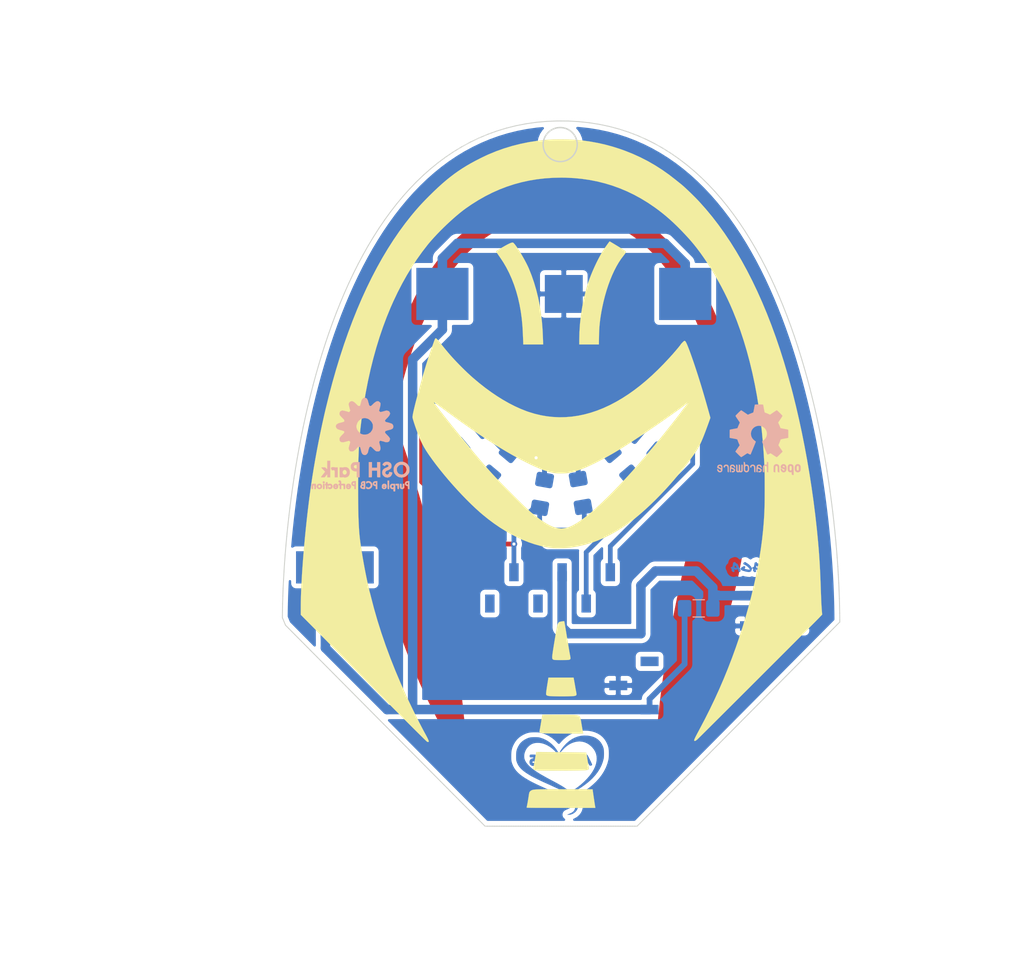
<source format=kicad_pcb>
(kicad_pcb (version 20171130) (host pcbnew 5.1.5-52549c5~86~ubuntu18.04.1)
  (layers (0 F.Cu signal) (31 B.Cu signal) (34 B.Paste user) (35 F.Paste user) (36 B.SilkS user) (37 F.SilkS user hide) (38 B.Mask user) (39 F.Mask user hide) (44 Edge.Cuts user))
  (net 0 "")
  (net 1 GND)
  (net 2 VCC)
  (net 3 /PB_1)
  (net 4 /PB_0)
  (net 5 /PB_4)
  (net 6 VIN)
  (net 7 /PB_2)
  (net 8 "Net-(J2-Pad4)")
  (net 9 "Net-(J2-Pad6)")
  (module Cylon_New_Charly_Plex_6_75mm:LED_1206_3216Metric_Pad1.42x1.75mm_HandSolder (layer B.Cu) (at 152.4 102.87 80)
    (fp_text reference D3)
    (fp_text value LED hide)
    (pad 1 smd roundrect (at -1.4875 0 80) (size 1.525 1.85) (layers B.Cu B.Paste B.Mask) (roundrect_rratio 0.175) (net 3 /PB_1))
    (pad 2 smd roundrect (at 1.4875 0 80) (size 1.525 1.85) (layers B.Cu B.Paste B.Mask) (roundrect_rratio 0.175) (net 5 /PB_4))
  )
  (module Cylon_New_Charly_Plex_6_75mm:LED_1206_3216Metric_Pad1.42x1.75mm_HandSolder (layer B.Cu) (at 163.325509 97.468853 320)
    (fp_text reference D1)
    (fp_text value LED hide)
    (pad 1 smd roundrect (at -1.4875 0 320) (size 1.525 1.85) (layers B.Cu B.Paste B.Mask) (roundrect_rratio 0.175) (net 4 /PB_0))
    (pad 2 smd roundrect (at 1.4875 0 320) (size 1.525 1.85) (layers B.Cu B.Paste B.Mask) (roundrect_rratio 0.175) (net 3 /PB_1))
  )
  (module Cylon_New_Charly_Plex_6_75mm:LED_1206_3216Metric_Pad1.42x1.75mm_HandSolder (layer B.Cu) (at 160.655 99.695 130)
    (fp_text reference D2)
    (fp_text value LED hide)
    (pad 1 smd roundrect (at -1.4875 0 130) (size 1.525 1.85) (layers B.Cu B.Paste B.Mask) (roundrect_rratio 0.175) (net 3 /PB_1))
    (pad 2 smd roundrect (at 1.4875 0 130) (size 1.525 1.85) (layers B.Cu B.Paste B.Mask) (roundrect_rratio 0.175) (net 4 /PB_0))
  )
  (module Cylon_New_Charly_Plex_6_75mm:LED_1206_3216Metric_Pad1.42x1.75mm_HandSolder (layer B.Cu) (at 156.464 102.7684 280)
    (fp_text reference D4)
    (fp_text value LED hide)
    (pad 1 smd roundrect (at -1.4875 0 280) (size 1.525 1.85) (layers B.Cu B.Paste B.Mask) (roundrect_rratio 0.175) (net 5 /PB_4))
    (pad 2 smd roundrect (at 1.4875 0 280) (size 1.525 1.85) (layers B.Cu B.Paste B.Mask) (roundrect_rratio 0.175) (net 3 /PB_1))
  )
  (module Cylon_New_Charly_Plex_6_75mm:LED_1206_3216Metric_Pad1.42x1.75mm_HandSolder (layer B.Cu) (at 147.955 99.695 230)
    (fp_text reference D5)
    (fp_text value LED hide)
    (pad 1 smd roundrect (at -1.4875 0 230) (size 1.525 1.85) (layers B.Cu B.Paste B.Mask) (roundrect_rratio 0.175) (net 4 /PB_0))
    (pad 2 smd roundrect (at 1.4875 0 230) (size 1.525 1.85) (layers B.Cu B.Paste B.Mask) (roundrect_rratio 0.175) (net 5 /PB_4))
  )
  (module Cylon_New_Charly_Plex_6_75mm:LED_1206_3216Metric_Pad1.42x1.75mm_HandSolder (layer B.Cu) (at 144.928891 96.960853 40)
    (fp_text reference D6)
    (fp_text value LED hide)
    (pad 1 smd roundrect (at -1.4875 0 40) (size 1.525 1.85) (layers B.Cu B.Paste B.Mask) (roundrect_rratio 0.175) (net 5 /PB_4))
    (pad 2 smd roundrect (at 1.4875 0 40) (size 1.525 1.85) (layers B.Cu B.Paste B.Mask) (roundrect_rratio 0.175) (net 4 /PB_0))
  )
  (module Cylon_New_Charly_Plex_6_75mm:S8211R (layer B.Cu) (at 154.686 81.788)
    (fp_text reference BT1)
    (fp_text value Battery_Cell)
    (pad 2 smd rect (at 0 0) (size 4 4) (layers B.Cu B.Paste B.Mask) (net 1 GND))
    (pad 1 smd rect (at -12.8 0) (size 5.5 5.5) (layers B.Cu B.Paste B.Mask) (net 2 VCC))
    (pad 1 smd rect (at 12.8 0) (size 5.5 5.5) (layers B.Cu B.Paste B.Mask) (net 2 VCC))
  )
  (module Cylon_New_Charly_Plex_6_75mm:JST-S2B-PH-SM4-TB (layer B.Cu) (at 130.556 113.411)
    (fp_text reference J1)
    (fp_text value Conn_01x02 hide)
    (pad 4 smd roundrect (at -3.35 -2.8) (size 1.5 3.4) (layers B.Cu B.Paste B.Mask) (roundrect_rratio 0.015))
    (pad 3 smd roundrect (at 3.35 -2.8) (size 1.5 3.4) (layers B.Cu B.Paste B.Mask) (roundrect_rratio 0.015))
    (pad 1 smd rect (at -1 2.95) (size 1 3.5) (layers B.Cu B.Paste B.Mask) (net 2 VCC))
    (pad 2 smd roundrect (at 1 2.95) (size 1 3.5) (layers B.Cu B.Paste B.Mask) (roundrect_rratio 0.015) (net 1 GND))
  )
  (module Cylon_New_Charly_Plex_6_75mm:Digispark_SMD_Reverse (layer B.Cu) (at 153.543 112.776)
    (fp_text reference J2 hide)
    (fp_text value Conn_01x06_x03 hide)
    (pad 9 smd rect (at 10.1844 12.827) (size 1.9 1) (layers B.Cu B.Paste B.Mask) (net 2 VCC))
    (pad 8 smd rect (at 6.8844 10.287) (size 1.9 1) (layers B.Cu B.Paste B.Mask) (net 1 GND))
    (pad 7 smd rect (at 10.1844 7.747) (size 1.9 1) (layers B.Cu B.Paste B.Mask) (net 6 VIN))
    (pad 1 smd rect (at 6.0452 -1.65 270) (size 1.9 1) (layers B.Cu B.Paste B.Mask) (net 4 /PB_0))
    (pad 2 smd rect (at 3.5052 1.65 270) (size 1.9 1) (layers B.Cu B.Paste B.Mask) (net 3 /PB_1))
    (pad 3 smd rect (at 0.9652 -1.65 270) (size 1.9 1) (layers B.Cu B.Paste B.Mask) (net 7 /PB_2))
    (pad 4 smd rect (at -1.5748 1.65 270) (size 1.9 1) (layers B.Cu B.Paste B.Mask) (net 8 "Net-(J2-Pad4)"))
    (pad 5 smd rect (at -4.1148 -1.65 270) (size 1.9 1) (layers B.Cu B.Paste B.Mask) (net 5 /PB_4))
    (pad 6 smd rect (at -6.6548 1.65 270) (size 1.9 1) (layers B.Cu B.Paste B.Mask) (net 9 "Net-(J2-Pad6)"))
  )
  (module Cylon_New_Charly_Plex_6_75mm:R_1206_3216Metric_Pad1.42x1.75mm_HandSolder (layer B.Cu) (at 168.91 114.935 180)
    (fp_text reference R1)
    (fp_text value R_Small hide)
    (pad 2 smd roundrect (at 1.4875 0 180) (size 1.425 1.75) (layers B.Cu B.Paste B.Mask) (roundrect_rratio 0.175439) (net 2 VCC))
    (pad 1 smd roundrect (at -1.4875 0 180) (size 1.425 1.75) (layers B.Cu B.Paste B.Mask) (roundrect_rratio 0.175439) (net 7 /PB_2))
  )
  (module Cylon_New_Charly_Plex_6_75mm:SW_Push_PTS647_4.5mm (layer B.Cu) (at 176.657 115.189 180)
    (fp_text reference SW2 hide)
    (fp_text value SW_Push_Dual hide)
    (pad 1 smd rect (at -2.625 1.6 180) (size 1.55 1) (layers B.Cu B.Paste B.Mask) (net 7 /PB_2))
    (pad 2 smd rect (at 2.625 1.6 180) (size 1.55 1) (layers B.Cu B.Paste B.Mask) (net 7 /PB_2))
    (pad 3 smd rect (at -2.625 -1.6 180) (size 1.55 1) (layers B.Cu B.Paste B.Mask) (net 1 GND))
    (pad 4 smd rect (at 2.625 -1.6 180) (size 1.55 1) (layers B.Cu B.Paste B.Mask) (net 1 GND))
  )
  (module Cylon_New_Charly_Plex_6_75mm:Cylon_New_001 (layer F.Cu) (at 154.495909 100.767227)
    (fp_text reference U1 hide)
    (fp_text value PCB hide)
    (fp_poly (pts (xy -0.026701 -29.375595) (xy 0.254 -29.372829) (xy 0.615657 -29.366677) (xy 0.941163 -29.357783) (xy 1.236644 -29.345616) (xy 1.508225 -29.329645) (xy 1.762032 -29.309339) (xy 2.004189 -29.284168) (xy 2.240823 -29.253599) (xy 2.478057 -29.217102) (xy 2.722018 -29.174147) (xy 2.868084 -29.146246) (xy 3.550843 -28.997143) (xy 4.211608 -28.82079) (xy 4.857946 -28.614603) (xy 5.497421 -28.375999) (xy 6.137601 -28.102394) (xy 6.678084 -27.845292) (xy 7.340522 -27.496795) (xy 7.982261 -27.119338) (xy 8.607906 -26.709851) (xy 9.222064 -26.265263) (xy 9.829339 -25.782504) (xy 10.043584 -25.601837) (xy 10.258319 -25.412743) (xy 10.493125 -25.196452) (xy 10.741929 -24.959067) (xy 10.998662 -24.706693) (xy 11.257255 -24.445431) (xy 11.511637 -24.181384) (xy 11.755738 -23.920657) (xy 11.983489 -23.669352) (xy 12.117962 -23.516166) (xy 12.208909 -23.411298) (xy 12.300534 -23.306045) (xy 12.385048 -23.209329) (xy 12.454658 -23.130075) (xy 12.487614 -23.092833) (xy 12.578107 -22.988392) (xy 12.676146 -22.869697) (xy 12.78587 -22.731537) (xy 12.911422 -22.568701) (xy 13.051119 -22.38375) (xy 13.490833 -21.772678) (xy 13.923462 -21.12288) (xy 14.347436 -20.437602) (xy 14.76118 -19.720091) (xy 15.163122 -18.973594) (xy 15.55169 -18.201357) (xy 15.92531 -17.406626) (xy 16.28241 -16.592649) (xy 16.621416 -15.762673) (xy 16.940757 -14.919943) (xy 17.23886 -14.067707) (xy 17.514151 -13.209211) (xy 17.545623 -13.105775) (xy 17.824386 -12.139197) (xy 18.081587 -11.153199) (xy 18.31752 -10.145945) (xy 18.532475 -9.115603) (xy 18.726744 -8.060336) (xy 18.90062 -6.978312) (xy 19.054394 -5.867695) (xy 19.188357 -4.726651) (xy 19.302802 -3.553347) (xy 19.39802 -2.345947) (xy 19.474303 -1.102618) (xy 19.483733 -0.92075) (xy 19.52759 0.127393) (xy 19.550967 1.143413) (xy 19.553647 2.132359) (xy 19.535412 3.099277) (xy 19.496042 4.049216) (xy 19.43532 4.987223) (xy 19.353028 5.918345) (xy 19.248946 6.84763) (xy 19.122858 7.780127) (xy 19.101084 7.926917) (xy 18.888113 9.216884) (xy 18.635056 10.517313) (xy 18.342455 11.826768) (xy 18.01085 13.143808) (xy 17.640782 14.466997) (xy 17.232792 15.794894) (xy 16.78742 17.126063) (xy 16.305207 18.459064) (xy 15.786694 19.792458) (xy 15.232421 21.124809) (xy 14.64293 22.454676) (xy 14.01876 23.780623) (xy 13.360453 25.101209) (xy 12.668549 26.414997) (xy 11.94359 27.720548) (xy 11.186115 29.016425) (xy 11.152517 29.072417) (xy 11.028028 29.27894) (xy 10.901005 29.488334) (xy 10.773414 29.697449) (xy 10.647223 29.90314) (xy 10.524397 30.10226) (xy 10.406906 30.291661) (xy 10.296715 30.468196) (xy 10.195792 30.62872) (xy 10.106104 30.770083) (xy 10.029618 30.88914) (xy 9.968301 30.982744) (xy 9.92412 31.047747) (xy 9.899042 31.081003) (xy 9.89466 31.084751) (xy 9.862134 31.081862) (xy 9.810009 31.068782) (xy 9.803979 31.066901) (xy 9.733708 31.044528) (xy 9.745923 30.894556) (xy 9.750897 30.825443) (xy 9.757363 30.723734) (xy 9.764744 30.599117) (xy 9.772468 30.461278) (xy 9.779891 30.32125) (xy 9.865668 28.878381) (xy 9.975651 27.419088) (xy 10.110085 25.941402) (xy 10.269215 24.443353) (xy 10.453288 22.922974) (xy 10.662548 21.378295) (xy 10.897242 19.807348) (xy 11.157615 18.208164) (xy 11.443912 16.578775) (xy 11.599629 15.737417) (xy 11.640176 15.523665) (xy 11.684988 15.290497) (xy 11.733111 15.042664) (xy 11.783591 14.78492) (xy 11.835475 14.522018) (xy 11.887807 14.258711) (xy 11.939635 13.999751) (xy 11.990003 13.749891) (xy 12.037959 13.513885) (xy 12.082547 13.296486) (xy 12.122814 13.102445) (xy 12.157806 12.936517) (xy 12.186569 12.803453) (xy 12.205076 12.721167) (xy 12.223508 12.640231) (xy 12.249063 12.526021) (xy 12.27995 12.386645) (xy 12.31438 12.230215) (xy 12.35056 12.06484) (xy 12.385048 11.90625) (xy 12.639735 10.752409) (xy 12.896751 9.630977) (xy 13.158577 8.532028) (xy 13.427696 7.445639) (xy 13.70659 6.361884) (xy 13.99774 5.27084) (xy 14.303628 4.162581) (xy 14.460022 3.608917) (xy 14.632156 3.007979) (xy 14.797853 2.438272) (xy 14.959682 1.891492) (xy 15.12021 1.359335) (xy 15.282006 0.833497) (xy 15.447638 0.305674) (xy 15.619674 -0.232439) (xy 15.800682 -0.789144) (xy 15.993229 -1.372746) (xy 16.096477 -1.68275) (xy 16.18129 -1.936245) (xy 16.260022 -2.170511) (xy 16.334471 -2.390715) (xy 16.406438 -2.602018) (xy 16.477723 -2.809586) (xy 16.550124 -3.018583) (xy 16.625444 -3.234172) (xy 16.70548 -3.461518) (xy 16.792034 -3.705785) (xy 16.886905 -3.972137) (xy 16.991893 -4.265738) (xy 17.108797 -4.591752) (xy 17.162692 -4.741836) (xy 17.235198 -4.946139) (xy 17.293537 -5.117442) (xy 17.339169 -5.262087) (xy 17.373555 -5.386417) (xy 17.398155 -5.496776) (xy 17.414429 -5.599507) (xy 17.423838 -5.700951) (xy 17.427841 -5.807453) (xy 17.428173 -5.894916) (xy 17.427107 -5.975589) (xy 17.4245 -6.052527) (xy 17.419651 -6.12876) (xy 17.411856 -6.20732) (xy 17.400416 -6.291238) (xy 17.384626 -6.383545) (xy 17.363786 -6.487272) (xy 17.337194 -6.60545) (xy 17.304148 -6.74111) (xy 17.263945 -6.897284) (xy 17.215885 -7.077003) (xy 17.159264 -7.283297) (xy 17.093382 -7.519197) (xy 17.017536 -7.787736) (xy 16.931024 -8.091943) (xy 16.869404 -8.307916) (xy 16.597185 -9.243905) (xy 16.3263 -10.140167) (xy 16.055839 -10.999247) (xy 15.784895 -11.823691) (xy 15.51256 -12.616047) (xy 15.237925 -13.37886) (xy 14.960082 -14.114677) (xy 14.678122 -14.826043) (xy 14.391138 -15.515506) (xy 14.098221 -16.185611) (xy 13.917944 -16.582264) (xy 13.816655 -16.798385) (xy 13.701735 -17.037524) (xy 13.577013 -17.292116) (xy 13.446316 -17.554591) (xy 13.313476 -17.817384) (xy 13.18232 -18.072927) (xy 13.056677 -18.313652) (xy 12.940377 -18.531994) (xy 12.837249 -18.720383) (xy 12.824559 -18.743083) (xy 12.750852 -18.874977) (xy 12.679119 -19.004128) (xy 12.613688 -19.122681) (xy 12.558889 -19.222785) (xy 12.519051 -19.296585) (xy 12.509529 -19.314583) (xy 12.444471 -19.432685) (xy 12.358438 -19.579656) (xy 12.255033 -19.749893) (xy 12.137857 -19.937796) (xy 12.01051 -20.137763) (xy 11.876596 -20.344192) (xy 11.739713 -20.551483) (xy 11.603465 -20.754033) (xy 11.471453 -20.946242) (xy 11.347277 -21.122508) (xy 11.345971 -21.124333) (xy 10.861628 -21.773072) (xy 10.359425 -22.391063) (xy 9.841088 -22.976538) (xy 9.308341 -23.52773) (xy 8.762908 -24.042871) (xy 8.206514 -24.520193) (xy 7.640883 -24.957929) (xy 7.520948 -25.044759) (xy 6.957513 -25.424823) (xy 6.377877 -25.770037) (xy 5.779536 -26.081511) (xy 5.159986 -26.360352) (xy 4.516722 -26.607668) (xy 3.847239 -26.824567) (xy 3.149034 -27.012156) (xy 2.986555 -27.050709) (xy 2.835282 -27.085264) (xy 2.696754 -27.115468) (xy 2.566899 -27.141639) (xy 2.441646 -27.164097) (xy 2.316923 -27.183164) (xy 2.188659 -27.199157) (xy 2.052783 -27.212399) (xy 1.905223 -27.223208) (xy 1.741909 -27.231906) (xy 1.558768 -27.238811) (xy 1.35173 -27.244244) (xy 1.116723 -27.248525) (xy 0.849676 -27.251974) (xy 0.546518 -27.254911) (xy 0.370417 -27.256365) (xy -0.052908 -27.259032) (xy -0.437437 -27.259809) (xy -0.786678 -27.258422) (xy -1.104139 -27.254599) (xy -1.393325 -27.248065) (xy -1.657744 -27.238548) (xy -1.900904 -27.225772) (xy -2.126311 -27.209466) (xy -2.337473 -27.189355) (xy -2.537896 -27.165165) (xy -2.731089 -27.136624) (xy -2.920557 -27.103458) (xy -3.109809 -27.065393) (xy -3.302351 -27.022155) (xy -3.50169 -26.973471) (xy -3.608916 -26.945986) (xy -4.346005 -26.734994) (xy -5.058281 -26.491283) (xy -5.746858 -26.214142) (xy -6.412851 -25.902859) (xy -7.057373 -25.556723) (xy -7.681539 -25.175023) (xy -8.286463 -24.757049) (xy -8.873258 -24.302089) (xy -9.44304 -23.809432) (xy -9.996922 -23.278368) (xy -10.536018 -22.708184) (xy -10.897756 -22.294176) (xy -11.366704 -21.715211) (xy -11.827466 -21.095553) (xy -12.279482 -20.436151) (xy -12.722192 -19.737954) (xy -13.155036 -19.001908) (xy -13.577454 -18.228964) (xy -13.988886 -17.420068) (xy -14.388773 -16.576169) (xy -14.737128 -15.790333) (xy -15.100496 -14.912408) (xy -15.449358 -14.003938) (xy -15.784226 -13.06334) (xy -16.105613 -12.089031) (xy -16.414031 -11.079429) (xy -16.709992 -10.03295) (xy -16.994009 -8.948012) (xy -17.131224 -8.392583) (xy -17.165598 -8.249353) (xy -17.204676 -8.084132) (xy -17.247513 -7.901104) (xy -17.293164 -7.70445) (xy -17.340684 -7.498352) (xy -17.389127 -7.286993) (xy -17.437549 -7.074555) (xy -17.485004 -6.865221) (xy -17.530548 -6.663171) (xy -17.573235 -6.47259) (xy -17.612119 -6.297658) (xy -17.646257 -6.142558) (xy -17.674703 -6.011472) (xy -17.696511 -5.908583) (xy -17.710736 -5.838072) (xy -17.716434 -5.804123) (xy -17.7165 -5.802728) (xy -17.709449 -5.775108) (xy -17.689185 -5.711545) (xy -17.657035 -5.615856) (xy -17.614331 -5.491854) (xy -17.562401 -5.343355) (xy -17.502575 -5.174173) (xy -17.436184 -4.988123) (xy -17.364556 -4.78902) (xy -17.326635 -4.684224) (xy -17.102808 -4.063195) (xy -16.893006 -3.473069) (xy -16.694558 -2.905844) (xy -16.504791 -2.353522) (xy -16.321035 -1.808101) (xy -16.140618 -1.261582) (xy -15.960869 -0.705966) (xy -15.779116 -0.133251) (xy -15.592688 0.464561) (xy -15.423178 1.016) (xy -15.082138 2.151287) (xy -14.748526 3.300936) (xy -14.421509 4.468176) (xy -14.100255 5.656235) (xy -13.78393 6.868341) (xy -13.471702 8.107725) (xy -13.162738 9.377614) (xy -12.856205 10.681237) (xy -12.55127 12.021823) (xy -12.349518 12.932834) (xy -12.196011 13.649212) (xy -12.04164 14.400492) (xy -11.887566 15.179989) (xy -11.734946 15.981018) (xy -11.584941 16.796895) (xy -11.43871 17.620934) (xy -11.297412 18.446451) (xy -11.162207 19.26676) (xy -11.034253 20.075177) (xy -10.91471 20.865016) (xy -10.804736 21.629593) (xy -10.705493 22.362223) (xy -10.679408 22.563667) (xy -10.635684 22.911884) (xy -10.591506 23.276869) (xy -10.547082 23.656277) (xy -10.502618 24.047763) (xy -10.458323 24.448983) (xy -10.414403 24.857593) (xy -10.371067 25.271247) (xy -10.328521 25.687603) (xy -10.286973 26.104314) (xy -10.24663 26.519037) (xy -10.207701 26.929427) (xy -10.170391 27.333139) (xy -10.134909 27.72783) (xy -10.101462 28.111154) (xy -10.070258 28.480767) (xy -10.041503 28.834325) (xy -10.015406 29.169484) (xy -9.992174 29.483897) (xy -9.972013 29.775222) (xy -9.955133 30.041114) (xy -9.941739 30.279228) (xy -9.932039 30.48722) (xy -9.926242 30.662745) (xy -9.924554 30.803458) (xy -9.927182 30.907016) (xy -9.934335 30.971074) (xy -9.93525 30.974994) (xy -9.949859 31.01299) (xy -9.97718 31.027246) (xy -10.028202 31.026277) (xy -10.067244 31.020101) (xy -10.100174 31.004453) (xy -10.134805 30.972499) (xy -10.178951 30.917404) (xy -10.224763 30.854323) (xy -10.314075 30.725285) (xy -10.421648 30.56314) (xy -10.54512 30.371749) (xy -10.68213 30.154978) (xy -10.830317 29.916688) (xy -10.987322 29.660745) (xy -11.150782 29.39101) (xy -11.318338 29.111348) (xy -11.487628 28.825622) (xy -11.656291 28.537695) (xy -11.821967 28.251431) (xy -11.92152 28.077584) (xy -12.563987 26.926167) (xy -13.18597 25.76194) (xy -13.785471 24.589189) (xy -14.360494 23.412199) (xy -14.90904 22.235259) (xy -15.429112 21.062654) (xy -15.918712 19.898671) (xy -16.375841 18.747597) (xy -16.798503 17.613718) (xy -16.799602 17.610667) (xy -16.963514 17.147931) (xy -17.127503 16.670455) (xy -17.289839 16.183852) (xy -17.448793 15.693737) (xy -17.602636 15.205723) (xy -17.749638 14.725426) (xy -17.888069 14.258459) (xy -18.0162 13.810437) (xy -18.132302 13.386974) (xy -18.234644 12.993684) (xy -18.286279 12.784667) (xy -18.460503 12.050591) (xy -18.620053 11.350797) (xy -18.76591 10.680234) (xy -18.899057 10.033852) (xy -19.020476 9.406599) (xy -19.131147 8.793427) (xy -19.232053 8.189283) (xy -19.324176 7.589117) (xy -19.398088 7.065206) (xy -19.443042 6.70353) (xy -19.483646 6.313848) (xy -19.519958 5.894822) (xy -19.552035 5.44511) (xy -19.579935 4.963372) (xy -19.603716 4.448266) (xy -19.623435 3.898454) (xy -19.639151 3.312594) (xy -19.650921 2.689345) (xy -19.658804 2.027367) (xy -19.662856 1.32532) (xy -19.663474 0.910167) (xy -19.66268 0.423067) (xy -19.66009 -0.026915) (xy -19.655457 -0.444967) (xy -19.648534 -0.836278) (xy -19.639076 -1.206033) (xy -19.626835 -1.559422) (xy -19.611566 -1.901631) (xy -19.593022 -2.237848) (xy -19.570958 -2.57326) (xy -19.545125 -2.913056) (xy -19.515279 -3.262423) (xy -19.481172 -3.626547) (xy -19.442558 -4.010618) (xy -19.419194 -4.233333) (xy -19.269017 -5.512119) (xy -19.09318 -6.764124) (xy -18.89187 -7.988844) (xy -18.665277 -9.185776) (xy -18.413589 -10.354413) (xy -18.136994 -11.494253) (xy -17.835681 -12.60479) (xy -17.509838 -13.68552) (xy -17.159653 -14.735939) (xy -16.785316 -15.755541) (xy -16.387014 -16.743823) (xy -15.964936 -17.700281) (xy -15.51927 -18.624408) (xy -15.050206 -19.515702) (xy -14.55793 -20.373658) (xy -14.042633 -21.197771) (xy -13.504502 -21.987537) (xy -12.943725 -22.742451) (xy -12.360492 -23.462008) (xy -12.140733 -23.71725) (xy -11.599699 -24.309933) (xy -11.037171 -24.876766) (xy -10.455861 -25.415603) (xy -9.858483 -25.924297) (xy -9.247748 -26.400701) (xy -8.626371 -26.842669) (xy -7.997062 -27.248053) (xy -7.362534 -27.614707) (xy -6.932083 -27.839503) (xy -6.61988 -27.98779) (xy -6.276961 -28.136739) (xy -5.909324 -28.28447) (xy -5.522969 -28.429107) (xy -5.123895 -28.568771) (xy -4.718103 -28.701583) (xy -4.311591 -28.825665) (xy -3.910359 -28.93914) (xy -3.520407 -29.040128) (xy -3.147734 -29.126752) (xy -2.798339 -29.197134) (xy -2.478222 -29.249395) (xy -2.391833 -29.260879) (xy -2.092464 -29.295162) (xy -1.79005 -29.323066) (xy -1.478717 -29.344838) (xy -1.15259 -29.360729) (xy -0.805795 -29.370987) (xy -0.432457 -29.375859) (xy -0.026701 -29.375595)) (layer F.Cu) (width 0.01))
    (fp_line (start -0.099229 -37.217226) (end -0.485268 -37.217226) (layer Edge.Cuts) (width 0.1))
    (fp_line (start -0.485268 -37.217226) (end -1.619046 -37.171111) (layer Edge.Cuts) (width 0.1))
    (fp_line (start -1.619046 -37.171111) (end -2.723948 -37.070976) (layer Edge.Cuts) (width 0.1))
    (fp_line (start -2.723948 -37.070976) (end -3.800324 -36.918232) (layer Edge.Cuts) (width 0.1))
    (fp_line (start -3.800324 -36.918232) (end -4.848528 -36.71429) (layer Edge.Cuts) (width 0.1))
    (fp_line (start -4.848528 -36.71429) (end -5.868909 -36.460561) (layer Edge.Cuts) (width 0.1))
    (fp_line (start -5.868909 -36.460561) (end -6.86182 -36.158458) (layer Edge.Cuts) (width 0.1))
    (fp_line (start -6.86182 -36.158458) (end -7.827612 -35.80939) (layer Edge.Cuts) (width 0.1))
    (fp_line (start -7.827612 -35.80939) (end -8.766636 -35.41477) (layer Edge.Cuts) (width 0.1))
    (fp_line (start -8.766636 -35.41477) (end -9.679245 -34.976008) (layer Edge.Cuts) (width 0.1))
    (fp_line (start -9.679245 -34.976008) (end -10.56579 -34.494517) (layer Edge.Cuts) (width 0.1))
    (fp_line (start -10.56579 -34.494517) (end -11.426622 -33.971707) (layer Edge.Cuts) (width 0.1))
    (fp_line (start -11.426622 -33.971707) (end -12.262093 -33.408989) (layer Edge.Cuts) (width 0.1))
    (fp_line (start -12.262093 -33.408989) (end -13.072554 -32.807775) (layer Edge.Cuts) (width 0.1))
    (fp_line (start -13.072554 -32.807775) (end -13.858358 -32.169477) (layer Edge.Cuts) (width 0.1))
    (fp_line (start -13.858358 -32.169477) (end -14.619855 -31.495505) (layer Edge.Cuts) (width 0.1))
    (fp_line (start -14.619855 -31.495505) (end -15.357397 -30.787271) (layer Edge.Cuts) (width 0.1))
    (fp_line (start -15.357397 -30.787271) (end -16.071336 -30.046186) (layer Edge.Cuts) (width 0.1))
    (fp_line (start -16.071336 -30.046186) (end -16.762023 -29.273661) (layer Edge.Cuts) (width 0.1))
    (fp_line (start -16.762023 -29.273661) (end -17.42981 -28.471108) (layer Edge.Cuts) (width 0.1))
    (fp_line (start -17.42981 -28.471108) (end -18.075049 -27.639938) (layer Edge.Cuts) (width 0.1))
    (fp_line (start -18.075049 -27.639938) (end -18.69809 -26.781563) (layer Edge.Cuts) (width 0.1))
    (fp_line (start -18.69809 -26.781563) (end -19.299286 -25.897393) (layer Edge.Cuts) (width 0.1))
    (fp_line (start -19.299286 -25.897393) (end -19.878988 -24.98884) (layer Edge.Cuts) (width 0.1))
    (fp_line (start -19.878988 -24.98884) (end -20.437547 -24.057315) (layer Edge.Cuts) (width 0.1))
    (fp_line (start -20.437547 -24.057315) (end -20.975316 -23.10423) (layer Edge.Cuts) (width 0.1))
    (fp_line (start -20.975316 -23.10423) (end -21.492646 -22.130995) (layer Edge.Cuts) (width 0.1))
    (fp_line (start -21.492646 -22.130995) (end -21.989887 -21.139023) (layer Edge.Cuts) (width 0.1))
    (fp_line (start -21.989887 -21.139023) (end -22.467393 -20.129724) (layer Edge.Cuts) (width 0.1))
    (fp_line (start -22.467393 -20.129724) (end -22.925514 -19.10451) (layer Edge.Cuts) (width 0.1))
    (fp_line (start -22.925514 -19.10451) (end -23.364602 -18.064792) (layer Edge.Cuts) (width 0.1))
    (fp_line (start -23.364602 -18.064792) (end -23.785008 -17.011981) (layer Edge.Cuts) (width 0.1))
    (fp_line (start -23.785008 -17.011981) (end -24.187085 -15.947489) (layer Edge.Cuts) (width 0.1))
    (fp_line (start -24.187085 -15.947489) (end -24.571183 -14.872727) (layer Edge.Cuts) (width 0.1))
    (fp_line (start -24.571183 -14.872727) (end -24.937654 -13.789106) (layer Edge.Cuts) (width 0.1))
    (fp_line (start -24.937654 -13.789106) (end -25.28685 -12.698038) (layer Edge.Cuts) (width 0.1))
    (fp_line (start -25.28685 -12.698038) (end -25.619123 -11.600933) (layer Edge.Cuts) (width 0.1))
    (fp_line (start -25.619123 -11.600933) (end -25.934823 -10.499204) (layer Edge.Cuts) (width 0.1))
    (fp_line (start -25.934823 -10.499204) (end -26.234304 -9.394261) (layer Edge.Cuts) (width 0.1))
    (fp_line (start -26.234304 -9.394261) (end -26.517915 -8.287516) (layer Edge.Cuts) (width 0.1))
    (fp_line (start -26.517915 -8.287516) (end -26.786011 -7.18038) (layer Edge.Cuts) (width 0.1))
    (fp_line (start -26.786011 -7.18038) (end -27.038934 -6.074264) (layer Edge.Cuts) (width 0.1))
    (fp_line (start -27.038934 -6.074264) (end -27.277045 -4.97058) (layer Edge.Cuts) (width 0.1))
    (fp_line (start -27.277045 -4.97058) (end -27.500696 -3.870739) (layer Edge.Cuts) (width 0.1))
    (fp_line (start -27.500696 -3.870739) (end -27.710235 -2.776152) (layer Edge.Cuts) (width 0.1))
    (fp_line (start -27.710235 -2.776152) (end -27.906014 -1.68823) (layer Edge.Cuts) (width 0.1))
    (fp_line (start -27.906014 -1.68823) (end -28.088385 -0.608386) (layer Edge.Cuts) (width 0.1))
    (fp_line (start -28.088385 -0.608386) (end -28.2577 0.46197) (layer Edge.Cuts) (width 0.1))
    (fp_line (start -28.2577 0.46197) (end -28.414309 1.521427) (layer Edge.Cuts) (width 0.1))
    (fp_line (start -28.414309 1.521427) (end -28.558565 2.568573) (layer Edge.Cuts) (width 0.1))
    (fp_line (start -28.558565 2.568573) (end -28.690819 3.601997) (layer Edge.Cuts) (width 0.1))
    (fp_line (start -28.690819 3.601997) (end -28.811423 4.620288) (layer Edge.Cuts) (width 0.1))
    (fp_line (start -28.811423 4.620288) (end -28.920727 5.622034) (layer Edge.Cuts) (width 0.1))
    (fp_line (start -28.920727 5.622034) (end -29.019086 6.605824) (layer Edge.Cuts) (width 0.1))
    (fp_line (start -29.019086 6.605824) (end -29.106847 7.570246) (layer Edge.Cuts) (width 0.1))
    (fp_line (start -29.106847 7.570246) (end -29.184365 8.51389) (layer Edge.Cuts) (width 0.1))
    (fp_line (start -29.184365 8.51389) (end -29.25199 9.435345) (layer Edge.Cuts) (width 0.1))
    (fp_line (start -29.25199 9.435345) (end -29.310074 10.333198) (layer Edge.Cuts) (width 0.1))
    (fp_line (start -29.310074 10.333198) (end -29.35897 11.206038) (layer Edge.Cuts) (width 0.1))
    (fp_line (start -29.35897 11.206038) (end -29.399027 12.052455) (layer Edge.Cuts) (width 0.1))
    (fp_line (start -29.399027 12.052455) (end -29.430598 12.871037) (layer Edge.Cuts) (width 0.1))
    (fp_line (start -29.430598 12.871037) (end -29.454031 13.660372) (layer Edge.Cuts) (width 0.1))
    (fp_line (start -29.454031 13.660372) (end -29.469689 14.41905) (layer Edge.Cuts) (width 0.1))
    (fp_line (start -29.469689 14.41905) (end -29.477908 15.145658) (layer Edge.Cuts) (width 0.1))
    (fp_line (start -29.477908 15.145658) (end -29.145189 15.945938) (layer Edge.Cuts) (width 0.1))
    (fp_line (start -29.145189 15.945938) (end -28.81133 16.28222) (layer Edge.Cuts) (width 0.1))
    (fp_line (start -28.81133 16.28222) (end -28.477471 16.618503) (layer Edge.Cuts) (width 0.1))
    (fp_line (start -28.477471 16.618503) (end -28.143613 16.954785) (layer Edge.Cuts) (width 0.1))
    (fp_line (start -28.143613 16.954785) (end -27.809754 17.291067) (layer Edge.Cuts) (width 0.1))
    (fp_line (start -27.809754 17.291067) (end -27.475894 17.62735) (layer Edge.Cuts) (width 0.1))
    (fp_line (start -27.475894 17.62735) (end -27.142036 17.963632) (layer Edge.Cuts) (width 0.1))
    (fp_line (start -27.142036 17.963632) (end -26.808177 18.299914) (layer Edge.Cuts) (width 0.1))
    (fp_line (start -26.808177 18.299914) (end -26.474318 18.636196) (layer Edge.Cuts) (width 0.1))
    (fp_line (start -26.474318 18.636196) (end -26.140459 18.972478) (layer Edge.Cuts) (width 0.1))
    (fp_line (start -26.140459 18.972478) (end -25.8066 19.308761) (layer Edge.Cuts) (width 0.1))
    (fp_line (start -25.8066 19.308761) (end -25.472742 19.645043) (layer Edge.Cuts) (width 0.1))
    (fp_line (start -25.472742 19.645043) (end -25.138883 19.981325) (layer Edge.Cuts) (width 0.1))
    (fp_line (start -25.138883 19.981325) (end -24.805024 20.317608) (layer Edge.Cuts) (width 0.1))
    (fp_line (start -24.805024 20.317608) (end -24.471165 20.65389) (layer Edge.Cuts) (width 0.1))
    (fp_line (start -24.471165 20.65389) (end -24.137306 20.990172) (layer Edge.Cuts) (width 0.1))
    (fp_line (start -24.137306 20.990172) (end -23.803448 21.326454) (layer Edge.Cuts) (width 0.1))
    (fp_line (start -23.803448 21.326454) (end -23.469589 21.662737) (layer Edge.Cuts) (width 0.1))
    (fp_line (start -23.469589 21.662737) (end -23.13573 21.999019) (layer Edge.Cuts) (width 0.1))
    (fp_line (start -23.13573 21.999019) (end -22.801871 22.335301) (layer Edge.Cuts) (width 0.1))
    (fp_line (start -22.801871 22.335301) (end -22.468012 22.671583) (layer Edge.Cuts) (width 0.1))
    (fp_line (start -22.468012 22.671583) (end -22.134154 23.007866) (layer Edge.Cuts) (width 0.1))
    (fp_line (start -22.134154 23.007866) (end -21.800295 23.344148) (layer Edge.Cuts) (width 0.1))
    (fp_line (start -21.800295 23.344148) (end -21.466436 23.68043) (layer Edge.Cuts) (width 0.1))
    (fp_line (start -21.466436 23.68043) (end -21.132577 24.016712) (layer Edge.Cuts) (width 0.1))
    (fp_line (start -21.132577 24.016712) (end -20.798718 24.352995) (layer Edge.Cuts) (width 0.1))
    (fp_line (start -20.798718 24.352995) (end -20.46486 24.689277) (layer Edge.Cuts) (width 0.1))
    (fp_line (start -20.46486 24.689277) (end -20.131001 25.025559) (layer Edge.Cuts) (width 0.1))
    (fp_line (start -20.131001 25.025559) (end -19.797142 25.361841) (layer Edge.Cuts) (width 0.1))
    (fp_line (start -19.797142 25.361841) (end -19.463283 25.698124) (layer Edge.Cuts) (width 0.1))
    (fp_line (start -19.463283 25.698124) (end -19.129424 26.034406) (layer Edge.Cuts) (width 0.1))
    (fp_line (start -19.129424 26.034406) (end -18.795566 26.370688) (layer Edge.Cuts) (width 0.1))
    (fp_line (start -18.795566 26.370688) (end -18.461707 26.70697) (layer Edge.Cuts) (width 0.1))
    (fp_line (start -18.461707 26.70697) (end -18.127848 27.043253) (layer Edge.Cuts) (width 0.1))
    (fp_line (start -18.127848 27.043253) (end -17.793989 27.379535) (layer Edge.Cuts) (width 0.1))
    (fp_line (start -17.793989 27.379535) (end -17.46013 27.715817) (layer Edge.Cuts) (width 0.1))
    (fp_line (start -17.46013 27.715817) (end -17.126272 28.052099) (layer Edge.Cuts) (width 0.1))
    (fp_line (start -17.126272 28.052099) (end -16.792413 28.388382) (layer Edge.Cuts) (width 0.1))
    (fp_line (start -16.792413 28.388382) (end -16.458554 28.724664) (layer Edge.Cuts) (width 0.1))
    (fp_line (start -16.458554 28.724664) (end -16.124695 29.060946) (layer Edge.Cuts) (width 0.1))
    (fp_line (start -16.124695 29.060946) (end -15.790836 29.397228) (layer Edge.Cuts) (width 0.1))
    (fp_line (start -15.790836 29.397228) (end -15.456978 29.733511) (layer Edge.Cuts) (width 0.1))
    (fp_line (start -15.456978 29.733511) (end -15.123119 30.069793) (layer Edge.Cuts) (width 0.1))
    (fp_line (start -15.123119 30.069793) (end -14.78926 30.406075) (layer Edge.Cuts) (width 0.1))
    (fp_line (start -14.78926 30.406075) (end -14.455401 30.742357) (layer Edge.Cuts) (width 0.1))
    (fp_line (start -14.455401 30.742357) (end -14.121542 31.07864) (layer Edge.Cuts) (width 0.1))
    (fp_line (start -14.121542 31.07864) (end -13.787684 31.414922) (layer Edge.Cuts) (width 0.1))
    (fp_line (start -13.787684 31.414922) (end -13.453825 31.751204) (layer Edge.Cuts) (width 0.1))
    (fp_line (start -13.453825 31.751204) (end -13.119966 32.087486) (layer Edge.Cuts) (width 0.1))
    (fp_line (start -13.119966 32.087486) (end -12.786107 32.423769) (layer Edge.Cuts) (width 0.1))
    (fp_line (start -12.786107 32.423769) (end -12.452248 32.760051) (layer Edge.Cuts) (width 0.1))
    (fp_line (start -12.452248 32.760051) (end -12.11839 33.096333) (layer Edge.Cuts) (width 0.1))
    (fp_line (start -12.11839 33.096333) (end -11.784531 33.432615) (layer Edge.Cuts) (width 0.1))
    (fp_line (start -11.784531 33.432615) (end -11.450672 33.768898) (layer Edge.Cuts) (width 0.1))
    (fp_line (start -11.450672 33.768898) (end -11.116813 34.10518) (layer Edge.Cuts) (width 0.1))
    (fp_line (start -11.116813 34.10518) (end -10.782954 34.441462) (layer Edge.Cuts) (width 0.1))
    (fp_line (start -10.782954 34.441462) (end -10.449096 34.777744) (layer Edge.Cuts) (width 0.1))
    (fp_line (start -10.449096 34.777744) (end -10.115237 35.114027) (layer Edge.Cuts) (width 0.1))
    (fp_line (start -10.115237 35.114027) (end -9.781378 35.450309) (layer Edge.Cuts) (width 0.1))
    (fp_line (start -9.781378 35.450309) (end -9.447519 35.786591) (layer Edge.Cuts) (width 0.1))
    (fp_line (start -9.447519 35.786591) (end -9.11366 36.122873) (layer Edge.Cuts) (width 0.1))
    (fp_line (start -9.11366 36.122873) (end -8.779802 36.459156) (layer Edge.Cuts) (width 0.1))
    (fp_line (start -8.779802 36.459156) (end -8.445943 36.795438) (layer Edge.Cuts) (width 0.1))
    (fp_line (start -8.445943 36.795438) (end -8.112084 37.13172) (layer Edge.Cuts) (width 0.1))
    (fp_line (start -8.112084 37.13172) (end -7.861682 37.13172) (layer Edge.Cuts) (width 0.1))
    (fp_line (start -7.861682 37.13172) (end -7.611281 37.13172) (layer Edge.Cuts) (width 0.1))
    (fp_line (start -7.611281 37.13172) (end -7.360879 37.13172) (layer Edge.Cuts) (width 0.1))
    (fp_line (start -7.360879 37.13172) (end -7.110477 37.13172) (layer Edge.Cuts) (width 0.1))
    (fp_line (start -7.110477 37.13172) (end -6.860075 37.13172) (layer Edge.Cuts) (width 0.1))
    (fp_line (start -6.860075 37.13172) (end -6.609673 37.13172) (layer Edge.Cuts) (width 0.1))
    (fp_line (start -6.609673 37.13172) (end -6.359272 37.13172) (layer Edge.Cuts) (width 0.1))
    (fp_line (start -6.359272 37.13172) (end -6.10887 37.13172) (layer Edge.Cuts) (width 0.1))
    (fp_line (start -6.10887 37.13172) (end -5.858468 37.13172) (layer Edge.Cuts) (width 0.1))
    (fp_line (start -5.858468 37.13172) (end -5.608067 37.13172) (layer Edge.Cuts) (width 0.1))
    (fp_line (start -5.608067 37.13172) (end -5.357665 37.13172) (layer Edge.Cuts) (width 0.1))
    (fp_line (start -5.357665 37.13172) (end -5.107263 37.13172) (layer Edge.Cuts) (width 0.1))
    (fp_line (start -5.107263 37.13172) (end -4.856861 37.13172) (layer Edge.Cuts) (width 0.1))
    (fp_line (start -4.856861 37.13172) (end -4.606459 37.13172) (layer Edge.Cuts) (width 0.1))
    (fp_line (start -4.606459 37.13172) (end -4.356058 37.13172) (layer Edge.Cuts) (width 0.1))
    (fp_line (start -4.356058 37.13172) (end -4.105656 37.13172) (layer Edge.Cuts) (width 0.1))
    (fp_line (start -4.105656 37.13172) (end -3.855254 37.13172) (layer Edge.Cuts) (width 0.1))
    (fp_line (start -3.855254 37.13172) (end -3.604852 37.13172) (layer Edge.Cuts) (width 0.1))
    (fp_line (start -3.604852 37.13172) (end -3.354451 37.13172) (layer Edge.Cuts) (width 0.1))
    (fp_line (start -3.354451 37.13172) (end -3.104049 37.13172) (layer Edge.Cuts) (width 0.1))
    (fp_line (start -3.104049 37.13172) (end -2.853647 37.13172) (layer Edge.Cuts) (width 0.1))
    (fp_line (start -2.853647 37.13172) (end -2.603245 37.13172) (layer Edge.Cuts) (width 0.1))
    (fp_line (start -2.603245 37.13172) (end -2.352844 37.13172) (layer Edge.Cuts) (width 0.1))
    (fp_line (start -2.352844 37.13172) (end -2.102442 37.13172) (layer Edge.Cuts) (width 0.1))
    (fp_line (start -2.102442 37.13172) (end -1.85204 37.13172) (layer Edge.Cuts) (width 0.1))
    (fp_line (start -1.85204 37.13172) (end -1.601638 37.13172) (layer Edge.Cuts) (width 0.1))
    (fp_line (start -1.601638 37.13172) (end -1.351237 37.13172) (layer Edge.Cuts) (width 0.1))
    (fp_line (start -1.351237 37.13172) (end -1.100835 37.13172) (layer Edge.Cuts) (width 0.1))
    (fp_line (start -1.100835 37.13172) (end -0.850433 37.13172) (layer Edge.Cuts) (width 0.1))
    (fp_line (start -0.850433 37.13172) (end -0.600031 37.13172) (layer Edge.Cuts) (width 0.1))
    (fp_line (start -0.600031 37.13172) (end -0.34963 37.13172) (layer Edge.Cuts) (width 0.1))
    (fp_line (start -0.34963 37.13172) (end -0.099228 37.13172) (layer Edge.Cuts) (width 0.1))
    (fp_line (start -0.099228 37.13172) (end 0.151174 37.13172) (layer Edge.Cuts) (width 0.1))
    (fp_line (start 0.151174 37.13172) (end 0.401576 37.13172) (layer Edge.Cuts) (width 0.1))
    (fp_line (start 0.401576 37.13172) (end 0.651977 37.13172) (layer Edge.Cuts) (width 0.1))
    (fp_line (start 0.651977 37.13172) (end 0.902379 37.13172) (layer Edge.Cuts) (width 0.1))
    (fp_line (start 0.902379 37.13172) (end 1.152781 37.13172) (layer Edge.Cuts) (width 0.1))
    (fp_line (start 1.152781 37.13172) (end 1.403183 37.13172) (layer Edge.Cuts) (width 0.1))
    (fp_line (start 1.403183 37.13172) (end 1.653584 37.13172) (layer Edge.Cuts) (width 0.1))
    (fp_line (start 1.653584 37.13172) (end 1.903986 37.13172) (layer Edge.Cuts) (width 0.1))
    (fp_line (start 1.903986 37.13172) (end 2.154388 37.13172) (layer Edge.Cuts) (width 0.1))
    (fp_line (start 2.154388 37.13172) (end 2.40479 37.13172) (layer Edge.Cuts) (width 0.1))
    (fp_line (start 2.40479 37.13172) (end 2.655191 37.13172) (layer Edge.Cuts) (width 0.1))
    (fp_line (start 2.655191 37.13172) (end 2.905593 37.13172) (layer Edge.Cuts) (width 0.1))
    (fp_line (start 2.905593 37.13172) (end 3.155995 37.13172) (layer Edge.Cuts) (width 0.1))
    (fp_line (start 3.155995 37.13172) (end 3.406397 37.13172) (layer Edge.Cuts) (width 0.1))
    (fp_line (start 3.406397 37.13172) (end 3.656798 37.13172) (layer Edge.Cuts) (width 0.1))
    (fp_line (start 3.656798 37.13172) (end 3.9072 37.13172) (layer Edge.Cuts) (width 0.1))
    (fp_line (start 3.9072 37.13172) (end 4.157602 37.13172) (layer Edge.Cuts) (width 0.1))
    (fp_line (start 4.157602 37.13172) (end 4.408004 37.13172) (layer Edge.Cuts) (width 0.1))
    (fp_line (start 4.408004 37.13172) (end 4.658405 37.13172) (layer Edge.Cuts) (width 0.1))
    (fp_line (start 4.658405 37.13172) (end 4.908807 37.13172) (layer Edge.Cuts) (width 0.1))
    (fp_line (start 4.908807 37.13172) (end 5.159209 37.13172) (layer Edge.Cuts) (width 0.1))
    (fp_line (start 5.159209 37.13172) (end 5.409611 37.13172) (layer Edge.Cuts) (width 0.1))
    (fp_line (start 5.409611 37.13172) (end 5.660012 37.13172) (layer Edge.Cuts) (width 0.1))
    (fp_line (start 5.660012 37.13172) (end 5.910414 37.13172) (layer Edge.Cuts) (width 0.1))
    (fp_line (start 5.910414 37.13172) (end 6.160816 37.13172) (layer Edge.Cuts) (width 0.1))
    (fp_line (start 6.160816 37.13172) (end 6.411218 37.13172) (layer Edge.Cuts) (width 0.1))
    (fp_line (start 6.411218 37.13172) (end 6.661619 37.13172) (layer Edge.Cuts) (width 0.1))
    (fp_line (start 6.661619 37.13172) (end 6.912021 37.13172) (layer Edge.Cuts) (width 0.1))
    (fp_line (start 6.912021 37.13172) (end 7.162423 37.13172) (layer Edge.Cuts) (width 0.1))
    (fp_line (start 7.162423 37.13172) (end 7.412825 37.13172) (layer Edge.Cuts) (width 0.1))
    (fp_line (start 7.412825 37.13172) (end 7.663226 37.13172) (layer Edge.Cuts) (width 0.1))
    (fp_line (start 7.663226 37.13172) (end 7.913628 37.13172) (layer Edge.Cuts) (width 0.1))
    (fp_line (start 7.913628 37.13172) (end 8.247487 36.795438) (layer Edge.Cuts) (width 0.1))
    (fp_line (start 8.247487 36.795438) (end 8.581346 36.459156) (layer Edge.Cuts) (width 0.1))
    (fp_line (start 8.581346 36.459156) (end 8.915204 36.122873) (layer Edge.Cuts) (width 0.1))
    (fp_line (start 8.915204 36.122873) (end 9.249063 35.786591) (layer Edge.Cuts) (width 0.1))
    (fp_line (start 9.249063 35.786591) (end 9.582922 35.450309) (layer Edge.Cuts) (width 0.1))
    (fp_line (start 9.582922 35.450309) (end 9.916781 35.114027) (layer Edge.Cuts) (width 0.1))
    (fp_line (start 9.916781 35.114027) (end 10.25064 34.777744) (layer Edge.Cuts) (width 0.1))
    (fp_line (start 10.25064 34.777744) (end 10.584498 34.441462) (layer Edge.Cuts) (width 0.1))
    (fp_line (start 10.584498 34.441462) (end 10.918357 34.10518) (layer Edge.Cuts) (width 0.1))
    (fp_line (start 10.918357 34.10518) (end 11.252216 33.768898) (layer Edge.Cuts) (width 0.1))
    (fp_line (start 11.252216 33.768898) (end 11.586075 33.432615) (layer Edge.Cuts) (width 0.1))
    (fp_line (start 11.586075 33.432615) (end 11.919934 33.096333) (layer Edge.Cuts) (width 0.1))
    (fp_line (start 11.919934 33.096333) (end 12.253792 32.760051) (layer Edge.Cuts) (width 0.1))
    (fp_line (start 12.253792 32.760051) (end 12.587651 32.423769) (layer Edge.Cuts) (width 0.1))
    (fp_line (start 12.587651 32.423769) (end 12.92151 32.087486) (layer Edge.Cuts) (width 0.1))
    (fp_line (start 12.92151 32.087486) (end 13.255369 31.751204) (layer Edge.Cuts) (width 0.1))
    (fp_line (start 13.255369 31.751204) (end 13.589228 31.414922) (layer Edge.Cuts) (width 0.1))
    (fp_line (start 13.589228 31.414922) (end 13.923086 31.07864) (layer Edge.Cuts) (width 0.1))
    (fp_line (start 13.923086 31.07864) (end 14.256945 30.742357) (layer Edge.Cuts) (width 0.1))
    (fp_line (start 14.256945 30.742357) (end 14.590804 30.406075) (layer Edge.Cuts) (width 0.1))
    (fp_line (start 14.590804 30.406075) (end 14.924663 30.069793) (layer Edge.Cuts) (width 0.1))
    (fp_line (start 14.924663 30.069793) (end 15.258522 29.733511) (layer Edge.Cuts) (width 0.1))
    (fp_line (start 15.258522 29.733511) (end 15.59238 29.397228) (layer Edge.Cuts) (width 0.1))
    (fp_line (start 15.59238 29.397228) (end 15.926239 29.060946) (layer Edge.Cuts) (width 0.1))
    (fp_line (start 15.926239 29.060946) (end 16.260098 28.724664) (layer Edge.Cuts) (width 0.1))
    (fp_line (start 16.260098 28.724664) (end 16.593957 28.388382) (layer Edge.Cuts) (width 0.1))
    (fp_line (start 16.593957 28.388382) (end 16.927816 28.052099) (layer Edge.Cuts) (width 0.1))
    (fp_line (start 16.927816 28.052099) (end 17.261674 27.715817) (layer Edge.Cuts) (width 0.1))
    (fp_line (start 17.261674 27.715817) (end 17.595533 27.379535) (layer Edge.Cuts) (width 0.1))
    (fp_line (start 17.595533 27.379535) (end 17.929392 27.043253) (layer Edge.Cuts) (width 0.1))
    (fp_line (start 17.929392 27.043253) (end 18.263251 26.70697) (layer Edge.Cuts) (width 0.1))
    (fp_line (start 18.263251 26.70697) (end 18.59711 26.370688) (layer Edge.Cuts) (width 0.1))
    (fp_line (start 18.59711 26.370688) (end 18.930968 26.034406) (layer Edge.Cuts) (width 0.1))
    (fp_line (start 18.930968 26.034406) (end 19.264827 25.698124) (layer Edge.Cuts) (width 0.1))
    (fp_line (start 19.264827 25.698124) (end 19.598686 25.361841) (layer Edge.Cuts) (width 0.1))
    (fp_line (start 19.598686 25.361841) (end 19.932545 25.025559) (layer Edge.Cuts) (width 0.1))
    (fp_line (start 19.932545 25.025559) (end 20.266403 24.689277) (layer Edge.Cuts) (width 0.1))
    (fp_line (start 20.266403 24.689277) (end 20.600262 24.352995) (layer Edge.Cuts) (width 0.1))
    (fp_line (start 20.600262 24.352995) (end 20.934121 24.016712) (layer Edge.Cuts) (width 0.1))
    (fp_line (start 20.934121 24.016712) (end 21.26798 23.68043) (layer Edge.Cuts) (width 0.1))
    (fp_line (start 21.26798 23.68043) (end 21.601839 23.344148) (layer Edge.Cuts) (width 0.1))
    (fp_line (start 21.601839 23.344148) (end 21.935697 23.007866) (layer Edge.Cuts) (width 0.1))
    (fp_line (start 21.935697 23.007866) (end 22.269556 22.671583) (layer Edge.Cuts) (width 0.1))
    (fp_line (start 22.269556 22.671583) (end 22.603415 22.335301) (layer Edge.Cuts) (width 0.1))
    (fp_line (start 22.603415 22.335301) (end 22.937274 21.999019) (layer Edge.Cuts) (width 0.1))
    (fp_line (start 22.937274 21.999019) (end 23.271133 21.662737) (layer Edge.Cuts) (width 0.1))
    (fp_line (start 23.271133 21.662737) (end 23.604991 21.326454) (layer Edge.Cuts) (width 0.1))
    (fp_line (start 23.604991 21.326454) (end 23.93885 20.990172) (layer Edge.Cuts) (width 0.1))
    (fp_line (start 23.93885 20.990172) (end 24.272709 20.65389) (layer Edge.Cuts) (width 0.1))
    (fp_line (start 24.272709 20.65389) (end 24.606568 20.317608) (layer Edge.Cuts) (width 0.1))
    (fp_line (start 24.606568 20.317608) (end 24.940427 19.981325) (layer Edge.Cuts) (width 0.1))
    (fp_line (start 24.940427 19.981325) (end 25.274285 19.645043) (layer Edge.Cuts) (width 0.1))
    (fp_line (start 25.274285 19.645043) (end 25.608144 19.308761) (layer Edge.Cuts) (width 0.1))
    (fp_line (start 25.608144 19.308761) (end 25.942003 18.972478) (layer Edge.Cuts) (width 0.1))
    (fp_line (start 25.942003 18.972478) (end 26.275862 18.636196) (layer Edge.Cuts) (width 0.1))
    (fp_line (start 26.275862 18.636196) (end 26.609721 18.299914) (layer Edge.Cuts) (width 0.1))
    (fp_line (start 26.609721 18.299914) (end 26.943579 17.963632) (layer Edge.Cuts) (width 0.1))
    (fp_line (start 26.943579 17.963632) (end 27.277438 17.62735) (layer Edge.Cuts) (width 0.1))
    (fp_line (start 27.277438 17.62735) (end 27.611297 17.291067) (layer Edge.Cuts) (width 0.1))
    (fp_line (start 27.611297 17.291067) (end 27.945156 16.954785) (layer Edge.Cuts) (width 0.1))
    (fp_line (start 27.945156 16.954785) (end 28.279015 16.618503) (layer Edge.Cuts) (width 0.1))
    (fp_line (start 28.279015 16.618503) (end 28.612873 16.28222) (layer Edge.Cuts) (width 0.1))
    (fp_line (start 28.612873 16.28222) (end 28.946732 15.945938) (layer Edge.Cuts) (width 0.1))
    (fp_line (start 28.946732 15.945938) (end 29.280591 15.609656) (layer Edge.Cuts) (width 0.1))
    (fp_line (start 29.280591 15.609656) (end 29.280591 15.380526) (layer Edge.Cuts) (width 0.1))
    (fp_line (start 29.280591 15.380526) (end 29.274791 14.66492) (layer Edge.Cuts) (width 0.1))
    (fp_line (start 29.274791 14.66492) (end 29.261611 13.916775) (layer Edge.Cuts) (width 0.1))
    (fp_line (start 29.261611 13.916775) (end 29.240781 13.137503) (layer Edge.Cuts) (width 0.1))
    (fp_line (start 29.240781 13.137503) (end 29.211981 12.328513) (layer Edge.Cuts) (width 0.1))
    (fp_line (start 29.211981 12.328513) (end 29.174801 11.491218) (layer Edge.Cuts) (width 0.1))
    (fp_line (start 29.174801 11.491218) (end 29.128891 10.627028) (layer Edge.Cuts) (width 0.1))
    (fp_line (start 29.128891 10.627028) (end 29.073911 9.737356) (layer Edge.Cuts) (width 0.1))
    (fp_line (start 29.073911 9.737356) (end 29.009511 8.823612) (layer Edge.Cuts) (width 0.1))
    (fp_line (start 29.009511 8.823612) (end 28.935331 7.887208) (layer Edge.Cuts) (width 0.1))
    (fp_line (start 28.935331 7.887208) (end 28.851021 6.929554) (layer Edge.Cuts) (width 0.1))
    (fp_line (start 28.851021 6.929554) (end 28.756241 5.952063) (layer Edge.Cuts) (width 0.1))
    (fp_line (start 28.756241 5.952063) (end 28.650624 4.956146) (layer Edge.Cuts) (width 0.1))
    (fp_line (start 28.650624 4.956146) (end 28.533822 3.943213) (layer Edge.Cuts) (width 0.1))
    (fp_line (start 28.533822 3.943213) (end 28.405495 2.914677) (layer Edge.Cuts) (width 0.1))
    (fp_line (start 28.405495 2.914677) (end 28.26528 1.871948) (layer Edge.Cuts) (width 0.1))
    (fp_line (start 28.26528 1.871948) (end 28.112825 0.816438) (layer Edge.Cuts) (width 0.1))
    (fp_line (start 28.112825 0.816438) (end 27.947781 -0.250442) (layer Edge.Cuts) (width 0.1))
    (fp_line (start 27.947781 -0.250442) (end 27.769804 -1.32728) (layer Edge.Cuts) (width 0.1))
    (fp_line (start 27.769804 -1.32728) (end 27.578533 -2.412666) (layer Edge.Cuts) (width 0.1))
    (fp_line (start 27.578533 -2.412666) (end 27.373617 -3.505188) (layer Edge.Cuts) (width 0.1))
    (fp_line (start 27.373617 -3.505188) (end 27.154714 -4.603435) (layer Edge.Cuts) (width 0.1))
    (fp_line (start 27.154714 -4.603435) (end 26.921462 -5.705995) (layer Edge.Cuts) (width 0.1))
    (fp_line (start 26.921462 -5.705995) (end 26.673511 -6.811457) (layer Edge.Cuts) (width 0.1))
    (fp_line (start 26.673511 -6.811457) (end 26.410508 -7.918409) (layer Edge.Cuts) (width 0.1))
    (fp_line (start 26.410508 -7.918409) (end 26.132112 -9.025442) (layer Edge.Cuts) (width 0.1))
    (fp_line (start 26.132112 -9.025442) (end 25.837961 -10.131142) (layer Edge.Cuts) (width 0.1))
    (fp_line (start 25.837961 -10.131142) (end 25.527708 -11.234099) (layer Edge.Cuts) (width 0.1))
    (fp_line (start 25.527708 -11.234099) (end 25.200999 -12.332902) (layer Edge.Cuts) (width 0.1))
    (fp_line (start 25.200999 -12.332902) (end 24.857488 -13.42614) (layer Edge.Cuts) (width 0.1))
    (fp_line (start 24.857488 -13.42614) (end 24.496814 -14.5124) (layer Edge.Cuts) (width 0.1))
    (fp_line (start 24.496814 -14.5124) (end 24.118631 -15.590272) (layer Edge.Cuts) (width 0.1))
    (fp_line (start 24.118631 -15.590272) (end 23.722586 -16.658344) (layer Edge.Cuts) (width 0.1))
    (fp_line (start 23.722586 -16.658344) (end 23.308329 -17.715205) (layer Edge.Cuts) (width 0.1))
    (fp_line (start 23.308329 -17.715205) (end 22.875507 -18.759444) (layer Edge.Cuts) (width 0.1))
    (fp_line (start 22.875507 -18.759444) (end 22.42377 -19.78965) (layer Edge.Cuts) (width 0.1))
    (fp_line (start 22.42377 -19.78965) (end 21.952765 -20.804411) (layer Edge.Cuts) (width 0.1))
    (fp_line (start 21.952765 -20.804411) (end 21.462141 -21.802315) (layer Edge.Cuts) (width 0.1))
    (fp_line (start 21.462141 -21.802315) (end 20.951546 -22.781953) (layer Edge.Cuts) (width 0.1))
    (fp_line (start 20.951546 -22.781953) (end 20.42063 -23.741911) (layer Edge.Cuts) (width 0.1))
    (fp_line (start 20.42063 -23.741911) (end 19.869039 -24.680779) (layer Edge.Cuts) (width 0.1))
    (fp_line (start 19.869039 -24.680779) (end 19.296424 -25.597147) (layer Edge.Cuts) (width 0.1))
    (fp_line (start 19.296424 -25.597147) (end 18.702432 -26.489601) (layer Edge.Cuts) (width 0.1))
    (fp_line (start 18.702432 -26.489601) (end 18.086711 -27.356731) (layer Edge.Cuts) (width 0.1))
    (fp_line (start 18.086711 -27.356731) (end 17.448911 -28.197127) (layer Edge.Cuts) (width 0.1))
    (fp_line (start 17.448911 -28.197127) (end 16.788679 -29.009376) (layer Edge.Cuts) (width 0.1))
    (fp_line (start 16.788679 -29.009376) (end 16.105664 -29.792066) (layer Edge.Cuts) (width 0.1))
    (fp_line (start 16.105664 -29.792066) (end 15.399515 -30.543788) (layer Edge.Cuts) (width 0.1))
    (fp_line (start 15.399515 -30.543788) (end 14.66988 -31.263129) (layer Edge.Cuts) (width 0.1))
    (fp_line (start 14.66988 -31.263129) (end 13.916407 -31.948679) (layer Edge.Cuts) (width 0.1))
    (fp_line (start 13.916407 -31.948679) (end 13.138744 -32.599025) (layer Edge.Cuts) (width 0.1))
    (fp_line (start 13.138744 -32.599025) (end 12.336541 -33.212757) (layer Edge.Cuts) (width 0.1))
    (fp_line (start 12.336541 -33.212757) (end 11.509446 -33.788464) (layer Edge.Cuts) (width 0.1))
    (fp_line (start 11.509446 -33.788464) (end 10.657107 -34.324733) (layer Edge.Cuts) (width 0.1))
    (fp_line (start 10.657107 -34.324733) (end 9.779172 -34.820155) (layer Edge.Cuts) (width 0.1))
    (fp_line (start 9.779172 -34.820155) (end 8.87529 -35.273316) (layer Edge.Cuts) (width 0.1))
    (fp_line (start 8.87529 -35.273316) (end 7.94511 -35.682807) (layer Edge.Cuts) (width 0.1))
    (fp_line (start 7.94511 -35.682807) (end 6.988279 -36.047216) (layer Edge.Cuts) (width 0.1))
    (fp_line (start 6.988279 -36.047216) (end 6.004447 -36.365131) (layer Edge.Cuts) (width 0.1))
    (fp_line (start 6.004447 -36.365131) (end 4.993262 -36.635141) (layer Edge.Cuts) (width 0.1))
    (fp_line (start 4.993262 -36.635141) (end 3.954372 -36.855835) (layer Edge.Cuts) (width 0.1))
    (fp_line (start 3.954372 -36.855835) (end 2.887425 -37.025802) (layer Edge.Cuts) (width 0.1))
    (fp_line (start 2.887425 -37.025802) (end 1.792071 -37.143631) (layer Edge.Cuts) (width 0.1))
    (fp_line (start 1.792071 -37.143631) (end 0.667957 -37.207909) (layer Edge.Cuts) (width 0.1))
    (fp_line (start 0.667957 -37.207909) (end -0.099229 -37.217226) (layer Edge.Cuts) (width 0.1))
  )
  (module Cylon_New_Charly_Plex_6_75mm:firma_Cu_Mask (layer B.Cu) (at 176.53 110.49 180)
    (fp_text reference U2 hide)
    (fp_text value Firma hide)
    (fp_poly (pts (xy 4.151377 -0.452496) (xy 3.657161 -0.147681) (xy 3.750181 -0.140781) (xy 3.844921 -0.12528) (xy 3.819081 -0.018483) (xy 3.789801 0.093484) (xy 3.779461 0.076254) (xy 3.712281 -0.004707) (xy 3.658881 -0.089117) (xy 3.638211 -0.120127) (xy 3.619261 -0.151137) (xy 3.638211 -0.149437) (xy 3.657161 -0.147737) (xy 3.657161 -0.147681) (xy 4.151377 -0.452496) (xy 4.120367 -0.512786) (xy 4.073857 -0.566186) (xy 4.015287 -0.604086) (xy 3.946387 -0.621316) (xy 3.915377 -0.609256) (xy 3.899877 -0.598926) (xy 3.889537 -0.593726) (xy 3.882637 -0.588526) (xy 3.861967 -0.579926) (xy 3.868867 -0.557536) (xy 3.867167 -0.536866) (xy 3.846497 -0.514476) (xy 3.836157 -0.504135) (xy 3.827557 -0.493806) (xy 3.798277 -0.461076) (xy 3.844787 -0.449016) (xy 3.901637 -0.418006) (xy 3.913697 -0.354266) (xy 3.855127 -0.352566) (xy 3.808617 -0.364626) (xy 3.744887 -0.380126) (xy 3.675987 -0.385326) (xy 3.650147 -0.385326) (xy 3.624307 -0.381926) (xy 3.607087 -0.378526) (xy 3.600187 -0.357856) (xy 3.593287 -0.350956) (xy 3.574337 -0.328566) (xy 3.570937 -0.290666) (xy 3.560607 -0.259655) (xy 3.545107 -0.302716) (xy 3.538207 -0.319946) (xy 3.520977 -0.323346) (xy 3.515777 -0.331946) (xy 3.514077 -0.340546) (xy 3.505477 -0.369826) (xy 3.498577 -0.376726) (xy 3.491677 -0.381926) (xy 3.483077 -0.412936) (xy 3.472737 -0.442216) (xy 3.457237 -0.487006) (xy 3.453837 -0.528346) (xy 3.446937 -0.547296) (xy 3.427987 -0.564526) (xy 3.407317 -0.574856) (xy 3.396977 -0.581756) (xy 3.388377 -0.585156) (xy 3.383177 -0.604106) (xy 3.362507 -0.607506) (xy 3.334947 -0.612706) (xy 3.317717 -0.614406) (xy 3.300487 -0.612706) (xy 3.271207 -0.588586) (xy 3.247087 -0.569636) (xy 3.229867 -0.538626) (xy 3.226467 -0.519675) (xy 3.223067 -0.502446) (xy 3.217867 -0.492116) (xy 3.195477 -0.471446) (xy 3.214427 -0.455946) (xy 3.216127 -0.426666) (xy 3.288477 -0.257857) (xy 3.369437 -0.092492) (xy 3.395277 -0.037372) (xy 3.422837 0.017749) (xy 3.421137 0.029809) (xy 3.424537 0.045309) (xy 3.455547 0.096989) (xy 3.479667 0.145219) (xy 3.507227 0.202059) (xy 3.545127 0.258898) (xy 3.572687 0.270959) (xy 3.584747 0.274359) (xy 3.600247 0.277759) (xy 3.626087 0.274359) (xy 3.710487 0.336369) (xy 3.784557 0.434559) (xy 3.801787 0.458669) (xy 3.824177 0.444889) (xy 3.848297 0.434559) (xy 3.881027 0.425959) (xy 3.939597 0.410459) (xy 3.984387 0.384619) (xy 3.996447 0.343279) (xy 4.001647 0.315719) (xy 4.010247 0.257149) (xy 4.017147 0.191689) (xy 4.030927 0.133119) (xy 4.042987 0.076279) (xy 4.060217 -0.004682) (xy 4.082607 -0.077032) (xy 4.099837 -0.078732) (xy 4.117057 -0.073532) (xy 4.139447 -0.070132) (xy 4.158397 -0.068432) (xy 4.165297 -0.085662) (xy 4.182527 -0.102892) (xy 4.215257 -0.113232) (xy 4.234207 -0.128732) (xy 4.247987 -0.139072) (xy 4.273827 -0.149402) (xy 4.260047 -0.175242) (xy 4.210097 -0.235532) (xy 4.139477 -0.282042) (xy 4.141177 -0.302712) (xy 4.146377 -0.321662) (xy 4.154977 -0.381952) (xy 4.154977 -0.445682) (xy 4.151377 -0.452496)) (layer B.Cu) (width 0))
    (fp_poly (pts (xy 3.223076 -0.298824) (xy 3.114555 -0.414235) (xy 2.966416 -0.481415) (xy 2.795884 -0.527925) (xy 2.625351 -0.581325) (xy 2.582291 -0.583025) (xy 2.547841 -0.588225) (xy 2.516831 -0.593425) (xy 2.482381 -0.596825) (xy 2.473781 -0.600225) (xy 2.468581 -0.607125) (xy 2.415181 -0.612325) (xy 2.377281 -0.612325) (xy 2.334221 -0.617525) (xy 2.296321 -0.622725) (xy 2.09306 -0.531425) (xy 2.0121 -0.293713) (xy 2.0087 -0.283383) (xy 2.0018 -0.278183) (xy 2.0052 -0.248903) (xy 2.0069 -0.217893) (xy 2.10853 -0.042193) (xy 2.244611 0.102502) (xy 2.265281 0.123172) (xy 2.280781 0.143842) (xy 2.299731 0.161072) (xy 2.325571 0.173132) (xy 2.411701 0.248922) (xy 2.516776 0.314382) (xy 2.625296 0.378112) (xy 2.725206 0.450462) (xy 2.752766 0.445262) (xy 2.771716 0.445262) (xy 2.804446 0.409092) (xy 2.847506 0.386702) (xy 2.888846 0.360862) (xy 2.918126 0.319522) (xy 2.907786 0.310922) (xy 2.912986 0.295422) (xy 2.914686 0.279922) (xy 2.902626 0.273022) (xy 2.912956 0.262682) (xy 2.923296 0.254082) (xy 2.918096 0.240302) (xy 2.918096 0.223072) (xy 2.840576 0.180012) (xy 2.752726 0.135222) (xy 2.657986 0.085272) (xy 2.563246 0.024982) (xy 2.468506 -0.052539) (xy 2.375486 -0.140389) (xy 2.291076 -0.236849) (xy 2.223896 -0.333309) (xy 2.230796 -0.347089) (xy 2.239396 -0.359149) (xy 2.341026 -0.359149) (xy 2.437486 -0.364349) (xy 2.444386 -0.354009) (xy 2.452986 -0.343669) (xy 2.635576 -0.312659) (xy 2.807831 -0.266149) (xy 2.781991 -0.257549) (xy 2.761321 -0.248949) (xy 2.761321 -0.235169) (xy 2.778551 -0.221389) (xy 2.738931 -0.186939) (xy 2.721701 -0.131819) (xy 2.732031 -0.111149) (xy 2.721701 -0.092199) (xy 2.713101 -0.092199) (xy 2.709701 -0.097399) (xy 2.708001 -0.104299) (xy 2.699401 -0.102599) (xy 2.706301 -0.076759) (xy 2.716641 -0.052649) (xy 2.835496 0.026592) (xy 2.882006 -0.004419) (xy 2.938846 -0.037149) (xy 3.000856 -0.069879) (xy 3.061146 -0.100889) (xy 3.104206 -0.128449) (xy 3.140376 -0.164619) (xy 3.174826 -0.199069) (xy 3.217886 -0.228349) (xy 3.219586 -0.264519) (xy 3.222986 -0.298969) (xy 3.223076 -0.298824)) (layer B.Cu) (width 0))
    (fp_poly (pts (xy 1.886378 -0.464189) (xy 1.388562 -0.166188) (xy 1.481582 -0.159288) (xy 1.576322 -0.143788) (xy 1.550482 -0.03699) (xy 1.521202 0.074977) (xy 1.510872 0.057747) (xy 1.443692 -0.023214) (xy 1.390292 -0.107624) (xy 1.369622 -0.138634) (xy 1.350672 -0.169644) (xy 1.369622 -0.167944) (xy 1.388572 -0.166244) (xy 1.388562 -0.166188) (xy 1.886378 -0.464189) (xy 1.855368 -0.524479) (xy 1.808858 -0.577879) (xy 1.750288 -0.615779) (xy 1.681388 -0.633009) (xy 1.650378 -0.620949) (xy 1.634878 -0.610619) (xy 1.624538 -0.605419) (xy 1.617638 -0.600219) (xy 1.596968 -0.591619) (xy 1.603868 -0.569229) (xy 1.602168 -0.548559) (xy 1.581498 -0.526169) (xy 1.571158 -0.515829) (xy 1.562558 -0.505498) (xy 1.533278 -0.472769) (xy 1.579788 -0.460709) (xy 1.636638 -0.429699) (xy 1.648698 -0.365959) (xy 1.590128 -0.364259) (xy 1.543618 -0.376319) (xy 1.479888 -0.391819) (xy 1.410988 -0.397019) (xy 1.385148 -0.397019) (xy 1.359308 -0.393619) (xy 1.342088 -0.390219) (xy 1.335188 -0.369549) (xy 1.328288 -0.362649) (xy 1.309338 -0.340259) (xy 1.305938 -0.302359) (xy 1.295608 -0.271349) (xy 1.280108 -0.314409) (xy 1.273208 -0.331639) (xy 1.255978 -0.335039) (xy 1.250778 -0.343639) (xy 1.249078 -0.352239) (xy 1.240478 -0.381519) (xy 1.233578 -0.388419) (xy 1.226678 -0.393619) (xy 1.218078 -0.424629) (xy 1.207738 -0.453909) (xy 1.192238 -0.498699) (xy 1.188838 -0.540039) (xy 1.181938 -0.558989) (xy 1.162988 -0.576219) (xy 1.142318 -0.586549) (xy 1.131978 -0.593449) (xy 1.123378 -0.596849) (xy 1.118178 -0.615799) (xy 1.097508 -0.619199) (xy 1.069948 -0.624399) (xy 1.052718 -0.626099) (xy 1.035488 -0.624399) (xy 1.006208 -0.600279) (xy 0.982088 -0.581329) (xy 0.964868 -0.550319) (xy 0.961468 -0.531369) (xy 0.958068 -0.514139) (xy 0.952868 -0.503809) (xy 0.930478 -0.483139) (xy 0.949428 -0.467639) (xy 0.951128 -0.438359) (xy 1.023478 -0.26955) (xy 1.104438 -0.104185) (xy 1.130278 -0.049065) (xy 1.157838 0.006056) (xy 1.156138 0.018116) (xy 1.159538 0.033616) (xy 1.190548 0.085296) (xy 1.214668 0.133526) (xy 1.242228 0.190366) (xy 1.280128 0.247206) (xy 1.307688 0.259265) (xy 1.319748 0.262666) (xy 1.335248 0.266066) (xy 1.361088 0.262666) (xy 1.445488 0.324676) (xy 1.519558 0.422866) (xy 1.536788 0.446976) (xy 1.559178 0.433196) (xy 1.583298 0.422866) (xy 1.616028 0.414266) (xy 1.674598 0.398766) (xy 1.719388 0.372926) (xy 1.731448 0.331586) (xy 1.736648 0.304026) (xy 1.745248 0.245456) (xy 1.752148 0.179996) (xy 1.765928 0.121426) (xy 1.777988 0.064586) (xy 1.795208 -0.016375) (xy 1.817598 -0.088725) (xy 1.834828 -0.090425) (xy 1.852048 -0.085225) (xy 1.874438 -0.081825) (xy 1.893388 -0.080125) (xy 1.900288 -0.097355) (xy 1.917518 -0.114585) (xy 1.950248 -0.124925) (xy 1.969198 -0.140425) (xy 1.982978 -0.150765) (xy 2.008818 -0.161095) (xy 1.995038 -0.186935) (xy 1.945088 -0.247225) (xy 1.874468 -0.293735) (xy 1.876168 -0.314405) (xy 1.881368 -0.333355) (xy 1.889968 -0.393645) (xy 1.889968 -0.457375) (xy 1.886378 -0.464189)) (layer B.Cu) (width 0))
    (fp_poly (pts (xy 0.33264 -0.295379) (xy 0.31025 -0.314329) (xy 0.29647 -0.343609) (xy 0.28441 -0.372889) (xy 0.26718 -0.384949) (xy 0.25685 -0.409069) (xy 0.24307 -0.431459) (xy 0.23274 -0.455579) (xy 0.23614 -0.484859) (xy 0.21892 -0.514139) (xy 0.21032 -0.550309) (xy 0.19654 -0.579589) (xy 0.15864 -0.589929) (xy 0.15694 -0.598529) (xy 0.16214 -0.610589) (xy 0.13286 -0.612289) (xy 0.11047 -0.620889) (xy 0.05535 -0.584719) (xy 0.01745 -0.527879) (xy -0.01183 -0.462419) (xy -0.03595 -0.405579) (xy -0.03425 -0.369409) (xy -0.04631 -0.338399) (xy -0.02497 -0.293239) (xy -0.00314 -0.247319) (xy 0.01917 -0.200649) (xy 0.04197 -0.153229) (xy 0.06525 -0.105049) (xy 0.08902 -0.056119) (xy 0.11327 -0.006429) (xy 0.13801 0.044012) (xy 0.16283 0.094752) (xy 0.18732 0.145322) (xy 0.21149 0.195732) (xy 0.23534 0.245982) (xy 0.25886 0.296072) (xy 0.28206 0.346002) (xy 0.30494 0.395772) (xy 0.32749 0.445372) (xy 0.405 0.409202) (xy 0.47562 0.364412) (xy 0.53074 0.304122) (xy 0.56002 0.230052) (xy 0.55142 0.221452) (xy 0.54452 0.219752) (xy 0.55142 0.207692) (xy 0.55142 0.200792) (xy 0.55142 0.190452) (xy 0.55662 0.174952) (xy 0.54629 0.173252) (xy 0.53595 0.173252) (xy 0.53935 0.142242) (xy 0.53245 0.119852) (xy 0.52385 0.099182) (xy 0.52555 0.071622) (xy 0.51695 0.068222) (xy 0.51355 0.063021) (xy 0.50835 0.057822) (xy 0.50145 0.057822) (xy 0.50485 -0.017969) (xy 0.50145 -0.095479) (xy 0.50315 -0.176439) (xy 0.51521 -0.262569) (xy 0.61339 -0.169549) (xy 0.67368 -0.04208) (xy 0.70985 0.109505) (xy 0.73569 0.27487) (xy 0.75981 0.31277) (xy 0.77531 0.35928) (xy 0.78909 0.40923) (xy 0.80632 0.45574) (xy 0.84938 0.43851) (xy 0.88383 0.41095) (xy 0.91656 0.38339) (xy 0.95962 0.36789) (xy 0.99752 0.31105) (xy 1.01991 0.25248) (xy 1.00613 0.22147) (xy 0.99753 0.18702) (xy 0.98375 0.15429) (xy 0.95963 0.13017) (xy 0.94585 0.04749) (xy 0.93035 -0.024861) (xy 0.91829 -0.100651) (xy 0.91489 -0.185051) (xy 0.88561 -0.269451) (xy 0.86149 -0.350411) (xy 0.81843 -0.403811) (xy 0.7857 -0.465821) (xy 0.7771 -0.469221) (xy 0.76504 -0.464021) (xy 0.76504 -0.474361) (xy 0.75984 -0.481261) (xy 0.75644 -0.488161) (xy 0.75984 -0.501941) (xy 0.71678 -0.531221) (xy 0.67544 -0.565671) (xy 0.62376 -0.586341) (xy 0.54625 -0.574281) (xy 0.420504 -0.455425) (xy 0.332654 -0.295228) (xy 0.33264 -0.295379)) (layer B.Cu) (width 0))
    (fp_poly (pts (xy -0.175512 -0.157575) (xy -0.196182 -0.183415) (xy -0.213412 -0.212695) (xy -0.232362 -0.248865) (xy -0.258202 -0.279875) (xy -0.275432 -0.321215) (xy -0.302992 -0.353945) (xy -0.383952 -0.503807) (xy -0.394292 -0.534817) (xy -0.409792 -0.562377) (xy -0.416692 -0.574437) (xy -0.421892 -0.583037) (xy -0.425292 -0.600267) (xy -0.444242 -0.624387) (xy -0.463192 -0.643337) (xy -0.475252 -0.657117) (xy -0.501092 -0.667447) (xy -0.654398 -0.533089) (xy -0.652698 -0.515859) (xy -0.647498 -0.498639) (xy -0.640598 -0.477969) (xy -0.625098 -0.429739) (xy -0.595818 -0.386679) (xy -0.580318 -0.348779) (xy -0.538978 -0.267819) (xy -0.501078 -0.202359) (xy -0.478688 -0.164459) (xy -0.520028 -0.114509) (xy -0.559648 -0.031829) (xy -0.583768 0.038792) (xy -0.588968 0.076692) (xy -0.595868 0.109422) (xy -0.604468 0.147322) (xy -0.607868 0.186942) (xy -0.618198 0.211062) (xy -0.614798 0.228292) (xy -0.613098 0.259302) (xy -0.621698 0.300642) (xy -0.630298 0.338542) (xy -0.631998 0.379882) (xy -0.621658 0.417782) (xy -0.588928 0.450512) (xy -0.559648 0.452212) (xy -0.530368 0.434982) (xy -0.501088 0.419482) (xy -0.464918 0.402252) (xy -0.428748 0.379862) (xy -0.416688 0.355742) (xy -0.394298 0.336792) (xy -0.394298 0.317842) (xy -0.392598 0.298892) (xy -0.385698 0.271332) (xy -0.378798 0.250661) (xy -0.373598 0.204152) (xy -0.363268 0.164532) (xy -0.352938 0.124912) (xy -0.351238 0.080122) (xy -0.334008 0.092182) (xy -0.327108 0.097382) (xy -0.320208 0.102582) (xy -0.218578 0.240386) (xy -0.221978 0.257616) (xy -0.185808 0.292066) (xy -0.159968 0.317906) (xy -0.137578 0.343746) (xy -0.118628 0.357526) (xy 0.038124 0.464324) (xy 0.062244 0.467724) (xy 0.069144 0.445334) (xy 0.096704 0.410884) (xy 0.143214 0.381604) (xy 0.158714 0.371264) (xy 0.167314 0.345424) (xy 0.165614 0.329924) (xy 0.172514 0.312694) (xy 0.138064 0.252404) (xy 0.100164 0.217954) (xy 0.070884 0.192114) (xy 0.051934 0.164554) (xy 0.039874 0.150774) (xy -0.006636 0.095654) (xy -0.011836 0.074984) (xy -0.032506 0.074984) (xy -0.041106 0.068084) (xy -0.058336 0.038804) (xy -0.075556 0.016414) (xy -0.084156 0.007813) (xy -0.089356 -0.005967) (xy -0.094556 -0.019747) (xy -0.122116 -0.054197) (xy -0.134176 -0.078317) (xy -0.147956 -0.105877) (xy -0.166906 -0.131717) (xy -0.175512 -0.157575)) (layer B.Cu) (width 0))
    (fp_poly (pts (xy -0.685386 0.360913) (xy -0.685386 0.341963) (xy -0.687086 0.331633) (xy -0.687086 0.319573) (xy -0.683686 0.302343) (xy -0.768096 0.221383) (xy -0.869726 0.190373) (xy -0.983414 0.171423) (xy -1.097102 0.126633) (xy -1.138442 0.126633) (xy -1.190122 0.121433) (xy -1.215962 0.105933) (xy -1.246972 0.097333) (xy -1.241772 0.064602) (xy -1.236572 0.038763) (xy -1.103935 0.040463) (xy -0.959241 0.049063) (xy -0.960941 0.037003) (xy -0.962641 0.028403) (xy -0.938521 0.006013) (xy -0.914401 -0.018108) (xy -0.890281 -0.038778) (xy -0.859271 -0.043978) (xy -0.850671 -0.074988) (xy -0.854071 -0.107718) (xy -0.909191 -0.147338) (xy -0.967761 -0.181788) (xy -1.031491 -0.207628) (xy -1.105561 -0.214528) (xy -1.119341 -0.214528) (xy -1.129681 -0.209328) (xy -1.169301 -0.214528) (xy -1.207201 -0.219728) (xy -1.253711 -0.212828) (xy -1.300221 -0.205928) (xy -1.350171 -0.283438) (xy -1.389791 -0.371288) (xy -1.293331 -0.378188) (xy -1.219261 -0.372988) (xy -1.148641 -0.364388) (xy -1.057341 -0.360988) (xy -0.976381 -0.336868) (xy -0.888531 -0.316198) (xy -0.864411 -0.335148) (xy -0.845461 -0.359268) (xy -0.824791 -0.378218) (xy -0.798951 -0.385118) (xy -0.790351 -0.402348) (xy -0.785151 -0.419568) (xy -0.779951 -0.435068) (xy -0.764451 -0.438468) (xy -0.824741 -0.526318) (xy -0.900531 -0.571108) (xy -0.996991 -0.595218) (xy -1.112402 -0.615888) (xy -1.138242 -0.614188) (xy -1.162362 -0.610788) (xy -1.257102 -0.626288) (xy -1.369068 -0.631488) (xy -1.477588 -0.615988) (xy -1.561988 -0.571198) (xy -1.580938 -0.543638) (xy -1.603328 -0.517798) (xy -1.610228 -0.467848) (xy -1.620558 -0.411008) (xy -1.629158 -0.350718) (xy -1.625758 -0.297318) (xy -1.605088 -0.250808) (xy -1.593028 -0.206018) (xy -1.582688 -0.197418) (xy -1.568908 -0.190518) (xy -1.546518 -0.131948) (xy -1.522398 -0.078548) (xy -1.496558 -0.026868) (xy -1.470718 0.033423) (xy -1.506888 0.081653) (xy -1.522388 0.135053) (xy -1.530988 0.190173) (xy -1.543048 0.248743) (xy -1.501708 0.290083) (xy -1.446588 0.317643) (xy -1.382848 0.334873) (xy -1.310498 0.350373) (xy -1.188197 0.384823) (xy -1.081399 0.403773) (xy -0.971156 0.419273) (xy -0.841965 0.439943) (xy -0.812685 0.424443) (xy -0.797185 0.433043) (xy -0.788585 0.443373) (xy -0.745525 0.393423) (xy -0.685235 0.360693) (xy -0.685386 0.360913)) (layer B.Cu) (width 0))
    (fp_poly (pts (xy -2.738664 -0.460743) (xy -2.315093 0.148895) (xy -2.344373 0.069655) (xy -2.192789 0.109275) (xy -2.042927 0.171285) (xy -2.087717 0.272915) (xy -2.163507 0.326315) (xy -2.163513 0.326315) (xy -2.213463 0.266025) (xy -2.268583 0.210905) (xy -2.315093 0.148895) (xy -2.738664 -0.460743) (xy -2.754164 -0.448683) (xy -2.769664 -0.419403) (xy -2.750714 -0.419403) (xy -2.757614 -0.350503) (xy -2.742114 -0.288493) (xy -2.728334 -0.229923) (xy -2.733534 -0.169633) (xy -2.721474 -0.166233) (xy -2.714574 -0.142113) (xy -2.712874 -0.111103) (xy -2.714574 -0.083543) (xy -2.680124 0.026701) (xy -2.656004 0.138666) (xy -2.633614 0.247187) (xy -2.599164 0.347097) (xy -2.549214 0.340197) (xy -2.513044 0.317807) (xy -2.418304 0.417717) (xy -2.335624 0.531405) (xy -2.239164 0.631315) (xy -2.106527 0.682995) (xy -2.013507 0.619265) (xy -1.929097 0.536585) (xy -1.903257 0.517635) (xy -1.875697 0.500405) (xy -1.875697 0.474565) (xy -1.836077 0.421165) (xy -1.806797 0.357435) (xy -1.780957 0.290255) (xy -1.753397 0.226525) (xy -1.756797 0.207575) (xy -1.753397 0.192075) (xy -1.748197 0.174855) (xy -1.746497 0.152465) (xy -1.806787 0.004326) (xy -1.934256 -0.086975) (xy -2.09273 -0.147265) (xy -2.246037 -0.200665) (xy -2.239137 -0.207565) (xy -2.233937 -0.217895) (xy -2.154697 -0.267845) (xy -2.101297 -0.300575) (xy -2.046177 -0.321245) (xy -1.961767 -0.341915) (xy -1.879087 -0.362585) (xy -1.823967 -0.374645) (xy -1.772287 -0.381545) (xy -1.698217 -0.390145) (xy -1.667207 -0.434935) (xy -1.649977 -0.486615) (xy -1.648277 -0.536565) (xy -1.662057 -0.572735) (xy -1.653457 -0.579635) (xy -1.636237 -0.579635) (xy -1.656907 -0.600305) (xy -1.674137 -0.624425) (xy -1.694807 -0.646815) (xy -1.722367 -0.658875) (xy -1.880842 -0.660575) (xy -2.127166 -0.581335) (xy -2.247744 -0.531385) (xy -2.328704 -0.488325) (xy -2.392434 -0.441815) (xy -2.459614 -0.381525) (xy -2.466514 -0.388425) (xy -2.471714 -0.395325) (xy -2.499274 -0.507289) (xy -2.550954 -0.59514) (xy -2.588854 -0.60034) (xy -2.611244 -0.61929) (xy -2.637084 -0.61759) (xy -2.652584 -0.60899) (xy -2.668084 -0.59865) (xy -2.695644 -0.59525) (xy -2.705984 -0.56597) (xy -2.733544 -0.55219) (xy -2.730144 -0.52635) (xy -2.735344 -0.505679) (xy -2.742244 -0.48501) (xy -2.738844 -0.46089) (xy -2.738664 -0.460743)) (layer B.Cu) (width 0))
    (fp_poly (pts (xy -4.273799 -0.192371) (xy -4.268599 -0.157921) (xy -4.266899 -0.118301) (xy -4.14632 0.091851) (xy -3.982678 0.264106) (xy -3.958568 0.288226) (xy -3.939618 0.314066) (xy -3.917228 0.334736) (xy -3.886218 0.348516) (xy -3.782866 0.439816) (xy -3.65712 0.519056) (xy -3.526206 0.596566) (xy -3.405628 0.682696) (xy -3.376348 0.674096) (xy -3.352228 0.675796) (xy -3.312608 0.629286) (xy -3.260928 0.603446) (xy -3.210978 0.572436) (xy -3.174808 0.524206) (xy -3.186868 0.515606) (xy -3.181668 0.496656) (xy -3.178268 0.477706) (xy -3.193768 0.469106) (xy -3.181708 0.457046) (xy -3.169648 0.444986) (xy -3.174848 0.427766) (xy -3.174848 0.408816) (xy -3.267868 0.355416) (xy -3.374666 0.303736) (xy -3.488354 0.243446) (xy -3.602042 0.171096) (xy -3.717453 0.079796) (xy -3.827696 -0.027003) (xy -3.927606 -0.142414) (xy -4.006846 -0.257825) (xy -3.998246 -0.273325) (xy -3.987916 -0.288825) (xy -3.865615 -0.288825) (xy -3.751927 -0.295725) (xy -3.743327 -0.281945) (xy -3.732987 -0.269885) (xy -3.514223 -0.231985) (xy -3.307517 -0.176865) (xy -3.362637 -0.157915) (xy -3.362637 -0.140685) (xy -3.343687 -0.123465) (xy -3.390197 -0.082125) (xy -3.410867 -0.014945) (xy -3.398807 0.009166) (xy -3.410867 0.031556) (xy -3.421207 0.031556) (xy -3.424607 0.024656) (xy -3.428007 0.017756) (xy -3.436607 0.017756) (xy -3.428007 0.048766) (xy -3.417667 0.078046) (xy -3.274696 0.172786) (xy -3.219576 0.136616) (xy -3.150676 0.098716) (xy -3.076606 0.059096) (xy -3.005986 0.021196) (xy -2.952586 -0.013255) (xy -2.909526 -0.054595) (xy -2.868186 -0.095935) (xy -2.818236 -0.130384) (xy -2.814836 -0.175175) (xy -2.811436 -0.216515) (xy -2.890676 -0.316425) (xy -2.995751 -0.385325) (xy -3.118052 -0.435275) (xy -3.252411 -0.473175) (xy -3.391937 -0.511075) (xy -3.528018 -0.555865) (xy -3.577968 -0.557565) (xy -3.617588 -0.562765) (xy -3.655488 -0.569665) (xy -3.696828 -0.574865) (xy -3.708888 -0.578265) (xy -3.715788 -0.586865) (xy -3.777798 -0.592065) (xy -3.824308 -0.592065) (xy -3.874258 -0.598965) (xy -3.922488 -0.604165) (xy -4.165367 -0.493922) (xy -4.261827 -0.209701) (xy -4.265227 -0.199371) (xy -4.273827 -0.192471) (xy -4.273799 -0.192371)) (layer B.Cu) (width 0))
  )
  (module Cylon_New_Charly_Plex_6_75mm:OSHpark-1-1200 (layer B.Cu) (at 133.753666 95.720667 180)
    (fp_text reference U3 hide)
    (fp_text value Oshpark_logo hide)
  )
  (module Cylon_New_Charly_Plex_6_75mm:OSHpark-2-1800 (layer B.Cu) (at 133.35 100.965 180)
    (fp_text reference U4 hide)
    (fp_text value Oshpark_Purple hide)
  )
  (module Cylon_New_Charly_Plex_6_75mm:OSHW-Logo2_9.8x8mm_SilkScreen (layer B.Cu) (at 175.26 97.155 180)
    (fp_text reference U5 hide)
    (fp_text value OSHW_Silk hide)
  )
  (module Cylon_New_Charly_Plex_6_75mm:Moon_ATtiny85 (layer F.Cu) (at 175.768 112.776)
    (fp_text reference U6 hide)
    (fp_text value Love_ATtiny85 hide)
    (fp_poly (pts (xy -24.007927 15.740543) (xy -23.897745 15.742663) (xy -23.81135 15.747171) (xy -23.73947 15.754949) (xy -23.672834 15.766879) (xy -23.602171 15.783842) (xy -23.554467 15.79667) (xy -23.228715 15.907894) (xy -22.918901 16.057287) (xy -22.627245 16.242969) (xy -22.355963 16.463062) (xy -22.107273 16.715685) (xy -21.883393 16.99896) (xy -21.686541 17.311008) (xy -21.619552 17.436218) (xy -21.563618 17.553076) (xy -21.532152 17.635686) (xy -21.524611 17.683957) (xy -21.54045 17.697793) (xy -21.579125 17.677102) (xy -21.640091 17.621789) (xy -21.722805 17.531763) (xy -21.780346 17.463826) (xy -22.034301 17.183528) (xy -22.30053 16.940997) (xy -22.57776 16.737074) (xy -22.864714 16.572599) (xy -23.160118 16.448413) (xy -23.440113 16.370068) (xy -23.570768 16.349835) (xy -23.721446 16.338765) (xy -23.878151 16.33687) (xy -24.026891 16.344163) (xy -24.153671 16.360656) (xy -24.1935 16.36942) (xy -24.386732 16.432339) (xy -24.557305 16.518965) (xy -24.716515 16.6359) (xy -24.8285 16.740589) (xy -24.951091 16.876686) (xy -25.048003 17.014154) (xy -25.126496 17.165473) (xy -25.193833 17.343126) (xy -25.211589 17.399) (xy -25.248848 17.572619) (xy -25.260411 17.757039) (xy -25.246211 17.93664) (xy -25.214529 18.071723) (xy -25.135816 18.257236) (xy -25.01945 18.445428) (xy -24.864764 18.636963) (xy -24.671088 18.832506) (xy -24.437753 19.032722) (xy -24.16409 19.238275) (xy -23.84943 19.449831) (xy -23.788651 19.488434) (xy -23.624366 19.589356) (xy -23.432433 19.702465) (xy -23.210776 19.828927) (xy -22.95732 19.969909) (xy -22.669991 20.126577) (xy -22.346712 20.300098) (xy -22.309666 20.319839) (xy -22.077064 20.444015) (xy -21.877718 20.551213) (xy -21.707291 20.643915) (xy -21.561444 20.724603) (xy -21.43584 20.79576) (xy -21.326139 20.859869) (xy -21.228005 20.919412) (xy -21.137098 20.976872) (xy -21.049081 21.034731) (xy -20.98675 21.076878) (xy -20.670044 21.304641) (xy -20.39478 21.527276) (xy -20.160443 21.745293) (xy -19.966519 21.959203) (xy -19.812494 22.169517) (xy -19.715028 22.340818) (xy -19.644317 22.503827) (xy -19.601323 22.656325) (xy -19.581872 22.815637) (xy -19.579669 22.902334) (xy -19.593124 23.101757) (xy -19.635173 23.274771) (xy -19.708338 23.428318) (xy -19.815145 23.569342) (xy -19.82663 23.581803) (xy -19.980315 23.718272) (xy -20.152481 23.821364) (xy -20.336973 23.888304) (xy -20.527638 23.916316) (xy -20.569671 23.91698) (xy -20.650347 23.915873) (xy -20.693912 23.913146) (xy -20.705588 23.907175) (xy -20.690597 23.896336) (xy -20.66925 23.886015) (xy -20.619481 23.864038) (xy -20.544732 23.832444) (xy -20.459354 23.797279) (xy -20.440208 23.789519) (xy -20.254338 23.701235) (xy -20.107967 23.601282) (xy -19.999234 23.48702) (xy -19.926279 23.355813) (xy -19.887242 23.205022) (xy -19.880263 23.03201) (xy -19.882266 22.99833) (xy -19.920089 22.767097) (xy -19.998521 22.540101) (xy -20.115846 22.320824) (xy -20.270346 22.11275) (xy -20.374118 22.000765) (xy -20.462868 21.91594) (xy -20.557542 21.833887) (xy -20.660995 21.753018) (xy -20.776082 21.671743) (xy -20.905658 21.588475) (xy -21.052578 21.501625) (xy -21.219697 21.409604) (xy -21.409871 21.310824) (xy -21.625953 21.203696) (xy -21.8708 21.086632) (xy -22.147267 20.958043) (xy -22.458208 20.81634) (xy -22.691843 20.711214) (xy -23.016658 20.564869) (xy -23.306118 20.432671) (xy -23.564059 20.312756) (xy -23.794314 20.203262) (xy -24.00072 20.102327) (xy -24.18711 20.00809) (xy -24.35732 19.918686) (xy -24.515185 19.832255) (xy -24.595836 19.786628) (xy -24.892541 19.608969) (xy -25.150407 19.437004) (xy -25.372095 19.268081) (xy -25.56027 19.099547) (xy -25.717594 18.92875) (xy -25.84673 18.753036) (xy -25.950341 18.569754) (xy -26.031089 18.37625) (xy -26.041171 18.346847) (xy -26.064077 18.276761) (xy -26.080935 18.218) (xy -26.09269 18.162065) (xy -26.100285 18.100454) (xy -26.104666 18.02467) (xy -26.106777 17.926213) (xy -26.107562 17.796582) (xy -26.107685 17.74825) (xy -26.105365 17.549824) (xy -26.096098 17.383554) (xy -26.077902 17.239555) (xy -26.048793 17.107941) (xy -26.006787 16.978826) (xy -25.949904 16.842326) (xy -25.908121 16.753417) (xy -25.775261 16.52051) (xy -25.616708 16.319361) (xy -25.429158 16.14666) (xy -25.209307 15.999098) (xy -25.093083 15.937091) (xy -24.954506 15.871416) (xy -24.832017 15.821754) (xy -24.715571 15.786001) (xy -24.595126 15.762055) (xy -24.460639 15.747815) (xy -24.302066 15.741179) (xy -24.151166 15.739931) (xy -24.007927 15.740543)) (layer B.Cu) (width 0.01))
    (fp_poly (pts (xy -18.621715 15.571291) (xy -18.567014 15.576531) (xy -18.261144 15.625993) (xy -17.983093 15.706455) (xy -17.733335 15.817621) (xy -17.512341 15.959192) (xy -17.320584 16.13087) (xy -17.158538 16.332359) (xy -17.038397 16.539128) (xy -16.972992 16.679282) (xy -16.923851 16.805341) (xy -16.888827 16.927631) (xy -16.865772 17.05648) (xy -16.852539 17.202217) (xy -16.84698 17.375169) (xy -16.846413 17.4625) (xy -16.848313 17.645165) (xy -16.854735 17.792837) (xy -16.866137 17.912659) (xy -16.880964 18.00225) (xy -16.976681 18.363236) (xy -17.113384 18.71966) (xy -17.289798 19.069472) (xy -17.504651 19.41062) (xy -17.756669 19.741055) (xy -18.044578 20.058724) (xy -18.320699 20.320842) (xy -18.512488 20.48431) (xy -18.723796 20.652792) (xy -18.942376 20.817063) (xy -19.155978 20.967899) (xy -19.339048 21.087798) (xy -19.480264 21.172977) (xy -19.623026 21.253592) (xy -19.762705 21.327559) (xy -19.894676 21.392794) (xy -20.014312 21.447211) (xy -20.116986 21.488726) (xy -20.198071 21.515256) (xy -20.252941 21.524714) (xy -20.276969 21.515017) (xy -20.277666 21.510677) (xy -20.271352 21.497167) (xy -20.250157 21.474935) (xy -20.21071 21.441341) (xy -20.149636 21.393747) (xy -20.063562 21.329513) (xy -19.949112 21.246) (xy -19.822583 21.154708) (xy -19.571395 20.968784) (xy -19.346274 20.790087) (xy -19.134778 20.608261) (xy -18.924463 20.412954) (xy -18.883221 20.373089) (xy -18.578583 20.058114) (xy -18.31537 19.7459) (xy -18.093685 19.436641) (xy -17.913634 19.130533) (xy -17.77532 18.827771) (xy -17.678849 18.52855) (xy -17.624325 18.233066) (xy -17.610979 17.997851) (xy -17.629429 17.732702) (xy -17.684768 17.484314) (xy -17.778111 17.250226) (xy -17.91057 17.027975) (xy -18.083258 16.815101) (xy -18.198784 16.69828) (xy -18.419297 16.516018) (xy -18.653722 16.373267) (xy -18.90008 16.270299) (xy -19.156389 16.207389) (xy -19.420668 16.184811) (xy -19.690937 16.202837) (xy -19.965215 16.261742) (xy -20.24152 16.3618) (xy -20.331989 16.403498) (xy -20.508829 16.498013) (xy -20.677979 16.607387) (xy -20.845343 16.736425) (xy -21.016828 16.889935) (xy -21.19834 17.072721) (xy -21.330187 17.215833) (xy -21.389277 17.27779) (xy -21.439439 17.323446) (xy -21.47334 17.346452) (xy -21.482076 17.347375) (xy -21.491699 17.318093) (xy -21.475522 17.2623) (xy -21.436703 17.184369) (xy -21.378395 17.088671) (xy -21.303755 16.979579) (xy -21.215938 16.861466) (xy -21.118099 16.738704) (xy -21.013394 16.615664) (xy -20.904978 16.49672) (xy -20.796007 16.386244) (xy -20.771568 16.362844) (xy -20.499987 16.132311) (xy -20.213384 15.939798) (xy -19.913664 15.785982) (xy -19.602733 15.671545) (xy -19.282494 15.597164) (xy -18.954853 15.56352) (xy -18.621715 15.571291)) (layer B.Cu) (width 0.01))
    (fp_poly (pts (xy -22.165206 17.89838) (xy -22.10041 17.930049) (xy -22.054963 17.971888) (xy -22.045411 17.990635) (xy -22.040641 18.00933) (xy -22.040802 18.029192) (xy -22.048574 18.05583) (xy -22.066638 18.094849) (xy -22.097673 18.151856) (xy -22.14436 18.232456) (xy -22.20938 18.342257) (xy -22.230495 18.377752) (xy -22.378367 18.626254) (xy -22.300966 18.806428) (xy -22.260901 18.907311) (xy -22.242191 18.979105) (xy -22.245042 19.02939) (xy -22.269664 19.065748) (xy -22.30876 19.091848) (xy -22.366142 19.109633) (xy -22.429474 19.11167) (xy -22.480265 19.098438) (xy -22.494575 19.087042) (xy -22.511423 19.057216) (xy -22.541563 18.995595) (xy -22.58223 18.908474) (xy -22.630658 18.802152) (xy -22.684081 18.682926) (xy -22.739734 18.557093) (xy -22.79485 18.430951) (xy -22.846666 18.310797) (xy -22.892414 18.202929) (xy -22.929329 18.113644) (xy -22.954646 18.049239) (xy -22.965598 18.016012) (xy -22.965833 18.01397) (xy -22.947059 17.962597) (xy -22.899499 17.922013) (xy -22.836295 17.897168) (xy -22.770589 17.893011) (xy -22.715523 17.914492) (xy -22.711259 17.918103) (xy -22.680084 17.951376) (xy -22.6695 17.970933) (xy -22.661162 17.995962) (xy -22.639026 18.049024) (xy -22.607409 18.11989) (xy -22.598035 18.140258) (xy -22.526571 18.294546) (xy -22.4063 18.09019) (xy -22.351075 17.998743) (xy -22.310466 17.938679) (xy -22.27934 17.903938) (xy -22.252567 17.888457) (xy -22.233297 17.885834) (xy -22.165206 17.89838)) (layer B.Cu) (width 0.01))
    (fp_poly (pts (xy -24.233808 17.569994) (xy -24.14333 17.575977) (xy -24.0819 17.587785) (xy -24.042923 17.606922) (xy -24.019804 17.634891) (xy -24.014208 17.64712) (xy -24.003227 17.689227) (xy -23.989633 17.761853) (xy -23.975079 17.853402) (xy -23.961218 17.952276) (xy -23.949702 18.046876) (xy -23.942185 18.125605) (xy -23.940171 18.166603) (xy -23.946014 18.225103) (xy -23.972455 18.263284) (xy -24.008291 18.288232) (xy -24.090674 18.324526) (xy -24.160353 18.323066) (xy -24.205329 18.299257) (xy -24.256407 18.274) (xy -24.290761 18.267507) (xy -24.342151 18.284254) (xy -24.385806 18.325416) (xy -24.405134 18.37511) (xy -24.405166 18.377033) (xy -24.387073 18.422191) (xy -24.341384 18.452042) (xy -24.280991 18.463655) (xy -24.218782 18.454096) (xy -24.176231 18.429111) (xy -24.112237 18.396788) (xy -24.040794 18.398675) (xy -23.97724 18.433303) (xy -23.962203 18.449605) (xy -23.924414 18.51968) (xy -23.927875 18.58484) (xy -23.972969 18.649786) (xy -23.978959 18.655663) (xy -24.068487 18.71605) (xy -24.181321 18.755461) (xy -24.302281 18.770552) (xy -24.416189 18.757979) (xy -24.428163 18.754604) (xy -24.538611 18.700341) (xy -24.624078 18.615497) (xy -24.679888 18.506636) (xy -24.70137 18.380321) (xy -24.701467 18.370807) (xy -24.683357 18.243056) (xy -24.632308 18.133815) (xy -24.553122 18.04876) (xy -24.450604 17.993565) (xy -24.367054 17.975689) (xy -24.305699 17.967966) (xy -24.276847 17.95613) (xy -24.270723 17.933866) (xy -24.273439 17.915216) (xy -24.280618 17.890317) (xy -24.296445 17.875309) (xy -24.329945 17.867697) (xy -24.390145 17.864985) (xy -24.456317 17.864667) (xy -24.553244 17.861436) (xy -24.622143 17.852362) (xy -24.654933 17.839267) (xy -24.673993 17.796497) (xy -24.67996 17.732076) (xy -24.673444 17.664404) (xy -24.655052 17.611885) (xy -24.647071 17.601595) (xy -24.623668 17.586772) (xy -24.583751 17.576901) (xy -24.520016 17.571135) (xy -24.425159 17.568629) (xy -24.35993 17.568334) (xy -24.233808 17.569994)) (layer B.Cu) (width 0.01))
    (fp_poly (pts (xy -23.318247 17.568461) (xy -23.221335 17.603756) (xy -23.141068 17.668378) (xy -23.104841 17.711956) (xy -23.070685 17.785287) (xy -23.054586 17.879059) (xy -23.057844 17.974838) (xy -23.080837 18.052435) (xy -23.101756 18.098679) (xy -23.101573 18.131946) (xy -23.078252 18.172667) (xy -23.067296 18.188189) (xy -23.031959 18.266454) (xy -23.016543 18.363541) (xy -23.021224 18.463157) (xy -23.046178 18.549008) (xy -23.063078 18.57749) (xy -23.162022 18.677203) (xy -23.28288 18.742038) (xy -23.401769 18.767651) (xy -23.481424 18.770819) (xy -23.543939 18.761184) (xy -23.611258 18.734259) (xy -23.643144 18.718315) (xy -23.752526 18.644651) (xy -23.825035 18.553402) (xy -23.864042 18.440123) (xy -23.86689 18.423133) (xy -23.869996 18.380529) (xy -23.5585 18.380529) (xy -23.542531 18.439566) (xy -23.49422 18.471718) (xy -23.43905 18.4785) (xy -23.371337 18.463037) (xy -23.33745 18.431457) (xy -23.309954 18.384861) (xy -23.311676 18.351323) (xy -23.344065 18.311946) (xy -23.346833 18.309167) (xy -23.40495 18.274067) (xy -23.466563 18.270985) (xy -23.519874 18.295941) (xy -23.553081 18.344957) (xy -23.5585 18.380529) (xy -23.869996 18.380529) (xy -23.87167 18.357569) (xy -23.860495 18.299393) (xy -23.82924 18.228689) (xy -23.824846 18.220152) (xy -23.793782 18.157537) (xy -23.781019 18.116748) (xy -23.784753 18.082356) (xy -23.803179 18.038934) (xy -23.803556 18.038139) (xy -23.827142 17.947869) (xy -23.826021 17.89965) (xy -23.534343 17.89965) (xy -23.52531 17.934133) (xy -23.504071 17.958405) (xy -23.457216 17.98843) (xy -23.407724 17.980345) (xy -23.377337 17.961157) (xy -23.349583 17.930543) (xy -23.357094 17.896577) (xy -23.359578 17.892365) (xy -23.402669 17.85633) (xy -23.459594 17.847142) (xy -23.506748 17.865634) (xy -23.534343 17.89965) (xy -23.826021 17.89965) (xy -23.824782 17.846359) (xy -23.797761 17.75373) (xy -23.78382 17.728798) (xy -23.745415 17.683326) (xy -23.690529 17.632415) (xy -23.671708 17.617368) (xy -23.624242 17.585164) (xy -23.578193 17.567119) (xy -23.518414 17.559298) (xy -23.44218 17.55775) (xy -23.318247 17.568461)) (layer B.Cu) (width 0.01))
    (fp_poly (pts (xy -18.645697 17.583651) (xy -18.59806 17.615959) (xy -18.576427 17.646164) (xy -18.540582 17.707869) (xy -18.493699 17.794619) (xy -18.43895 17.899957) (xy -18.379507 18.017429) (xy -18.318543 18.14058) (xy -18.259231 18.262954) (xy -18.204743 18.378097) (xy -18.158253 18.479554) (xy -18.122932 18.560869) (xy -18.101954 18.615588) (xy -18.0975 18.634392) (xy -18.116375 18.678251) (xy -18.1641 18.717343) (xy -18.227321 18.743558) (xy -18.286872 18.749405) (xy -18.330102 18.742142) (xy -18.361765 18.722998) (xy -18.39187 18.682736) (xy -18.425583 18.621436) (xy -18.489083 18.499788) (xy -18.695153 18.499727) (xy -18.901224 18.499667) (xy -18.963989 18.624003) (xy -19.010302 18.703111) (xy -19.054257 18.755255) (xy -19.090742 18.774791) (xy -19.099356 18.773492) (xy -19.119199 18.765633) (xy -19.155398 18.751211) (xy -19.225873 18.711713) (xy -19.271079 18.66318) (xy -19.282833 18.62527) (xy -19.273652 18.594005) (xy -19.248179 18.53158) (xy -19.209515 18.444361) (xy -19.160766 18.338717) (xy -19.116706 18.245667) (xy -18.774148 18.245667) (xy -18.606185 18.245667) (xy -18.641513 18.171584) (xy -18.667162 18.124277) (xy -18.686953 18.098878) (xy -18.690166 18.0975) (xy -18.706869 18.114682) (xy -18.731794 18.157369) (xy -18.73882 18.171584) (xy -18.774148 18.245667) (xy -19.116706 18.245667) (xy -19.105032 18.221015) (xy -19.045419 18.097622) (xy -18.985029 17.974908) (xy -18.926964 17.859238) (xy -18.874329 17.756982) (xy -18.830226 17.674507) (xy -18.797759 17.61818) (xy -18.780657 17.594792) (xy -18.715859 17.569972) (xy -18.645697 17.583651)) (layer B.Cu) (width 0.01))
    (fp_poly (pts (xy -21.25556 17.9078) (xy -21.20279 17.925175) (xy -21.196866 17.929453) (xy -21.185433 17.947285) (xy -21.177136 17.982646) (xy -21.171552 18.041064) (xy -21.168255 18.128064) (xy -21.166819 18.249172) (xy -21.166666 18.321854) (xy -21.166666 18.689191) (xy -21.219993 18.724132) (xy -21.276542 18.744545) (xy -21.344425 18.747511) (xy -21.406426 18.734358) (xy -21.445088 18.706792) (xy -21.452607 18.674775) (xy -21.458543 18.611283) (xy -21.462067 18.527171) (xy -21.462676 18.476489) (xy -21.466046 18.362744) (xy -21.477918 18.284787) (xy -21.501574 18.236397) (xy -21.540297 18.211352) (xy -21.597371 18.20343) (xy -21.606797 18.203334) (xy -21.652787 18.209694) (xy -21.684312 18.232897) (xy -21.703861 18.279122) (xy -21.713922 18.354553) (xy -21.716983 18.465369) (xy -21.717 18.477109) (xy -21.71832 18.5723) (xy -21.723485 18.635208) (xy -21.734302 18.675835) (xy -21.75258 18.704183) (xy -21.759333 18.711334) (xy -21.821857 18.745577) (xy -21.903255 18.748756) (xy -21.96735 18.731233) (xy -21.987184 18.721878) (xy -22.000621 18.707771) (xy -22.008662 18.681752) (xy -22.012312 18.636656) (xy -22.012574 18.56532) (xy -22.010451 18.460583) (xy -22.009683 18.429044) (xy -22.00637 18.31343) (xy -22.002031 18.2313) (xy -21.995101 18.173805) (xy -21.984016 18.132099) (xy -21.967211 18.097336) (xy -21.945022 18.0634) (xy -21.895468 18.003659) (xy -21.840835 17.954176) (xy -21.824057 17.94284) (xy -21.748646 17.914766) (xy -21.65936 17.904628) (xy -21.574329 17.912919) (xy -21.519322 17.934572) (xy -21.480176 17.955693) (xy -21.454056 17.950472) (xy -21.436298 17.934727) (xy -21.391289 17.912994) (xy -21.324719 17.903879) (xy -21.25556 17.9078)) (layer B.Cu) (width 0.01))
    (fp_poly (pts (xy -20.848468 17.912224) (xy -20.800705 17.92539) (xy -20.7899 17.9324) (xy -20.781495 17.961283) (xy -20.77465 18.023896) (xy -20.769442 18.111663) (xy -20.765948 18.216007) (xy -20.764244 18.32835) (xy -20.764407 18.440117) (xy -20.766515 18.542729) (xy -20.770645 18.627611) (xy -20.776874 18.686185) (xy -20.78294 18.707647) (xy -20.81509 18.727638) (xy -20.871858 18.741789) (xy -20.935653 18.747501) (xy -20.988885 18.742176) (xy -20.997333 18.739307) (xy -21.03526 18.713763) (xy -21.044634 18.702868) (xy -21.051978 18.670884) (xy -21.057166 18.605979) (xy -21.0603 18.516734) (xy -21.061484 18.411734) (xy -21.060819 18.299562) (xy -21.058408 18.188801) (xy -21.054354 18.088035) (xy -21.048758 18.005847) (xy -21.041725 17.950821) (xy -21.035433 17.9324) (xy -21.000023 17.917016) (xy -20.940529 17.90799) (xy -20.912666 17.907) (xy -20.848468 17.912224)) (layer B.Cu) (width 0.01))
    (fp_poly (pts (xy -19.596063 17.568658) (xy -19.451386 17.569535) (xy -19.31986 17.571827) (xy -19.207709 17.575305) (xy -19.121156 17.579738) (xy -19.066425 17.584898) (xy -19.050481 17.588755) (xy -19.027994 17.625273) (xy -19.019231 17.691644) (xy -19.019212 17.695334) (xy -19.027244 17.762839) (xy -19.049156 17.801021) (xy -19.050481 17.801912) (xy -19.085356 17.811173) (xy -19.150195 17.8182) (xy -19.232638 17.821787) (xy -19.256375 17.822009) (xy -19.431 17.822334) (xy -19.431 18.254738) (xy -19.431405 18.412455) (xy -19.433616 18.532868) (xy -19.439127 18.621008) (xy -19.44943 18.681904) (xy -19.466021 18.720586) (xy -19.490391 18.742082) (xy -19.524036 18.751423) (xy -19.568448 18.753637) (xy -19.579166 18.753667) (xy -19.626003 18.752303) (xy -19.661763 18.744857) (xy -19.687938 18.726301) (xy -19.706022 18.691605) (xy -19.717509 18.635739) (xy -19.723893 18.553675) (xy -19.726667 18.440382) (xy -19.727324 18.290831) (xy -19.727333 18.254738) (xy -19.727333 17.822334) (xy -19.905738 17.822334) (xy -20.004172 17.819972) (xy -20.068643 17.812035) (xy -20.107299 17.797241) (xy -20.117405 17.789072) (xy -20.139433 17.771266) (xy -20.148741 17.782562) (xy -20.150666 17.82953) (xy -20.150666 17.829999) (xy -20.146329 17.880838) (xy -20.126662 17.903555) (xy -20.092458 17.910886) (xy -20.059621 17.91756) (xy -20.041412 17.935055) (xy -20.032518 17.97405) (xy -20.027859 18.040716) (xy -20.025513 18.110297) (xy -20.030729 18.149758) (xy -20.04808 18.171206) (xy -20.08214 18.186748) (xy -20.083174 18.187139) (xy -20.113319 18.200541) (xy -20.132416 18.21929) (xy -20.143969 18.25291) (xy -20.151482 18.310927) (xy -20.157495 18.3892) (xy -20.174101 18.520448) (xy -20.205764 18.616149) (xy -20.257192 18.681801) (xy -20.333094 18.722905) (xy -20.438177 18.744962) (xy -20.464345 18.747684) (xy -20.535961 18.752444) (xy -20.578728 18.748231) (xy -20.605726 18.731894) (xy -20.623852 18.709286) (xy -20.653048 18.643281) (xy -20.65607 18.576298) (xy -20.635836 18.519618) (xy -20.59526 18.484522) (xy -20.564184 18.4785) (xy -20.503226 18.46392) (xy -20.465245 18.418216) (xy -20.448314 18.338442) (xy -20.447 18.299086) (xy -20.447 18.186195) (xy -20.529209 18.197222) (xy -20.610194 18.191264) (xy -20.668547 18.152438) (xy -20.698372 18.085668) (xy -20.701 18.053775) (xy -20.692532 17.975758) (xy -20.662456 17.930075) (xy -20.603766 17.90982) (xy -20.552088 17.907) (xy -20.447 17.907) (xy -20.447 17.780745) (xy -20.444408 17.705902) (xy -20.434558 17.661935) (xy -20.414342 17.637594) (xy -20.406058 17.632578) (xy -20.341485 17.612545) (xy -20.271932 17.612063) (xy -20.213817 17.629666) (xy -20.188723 17.651983) (xy -20.169751 17.677222) (xy -20.155548 17.671039) (xy -20.136649 17.630816) (xy -20.110377 17.568334) (xy -19.596063 17.568658)) (layer B.Cu) (width 0.01))
    (fp_poly (pts (xy -20.834337 17.516996) (xy -20.786707 17.556101) (xy -20.766052 17.626071) (xy -20.7645 17.660862) (xy -20.771652 17.734689) (xy -20.798285 17.777842) (xy -20.852168 17.797508) (xy -20.916155 17.801167) (xy -20.984338 17.79666) (xy -21.023031 17.780438) (xy -21.038922 17.760225) (xy -21.057352 17.69789) (xy -21.058601 17.625802) (xy -21.043645 17.563052) (xy -21.027571 17.538095) (xy -20.983809 17.515473) (xy -20.920506 17.504971) (xy -20.912666 17.504834) (xy -20.834337 17.516996)) (layer B.Cu) (width 0.01))
  )
  (gr_circle (center 154.305 66.04) (end 156.101051 66.04) (layer Edge.Cuts) (width 0.1524))
  (segment (start 131.556 117.332) (end 131.572 117.348) (width 0.6096) (layer B.Cu) (net 1))
  (segment (start 167.4225 120.7983) (end 167.4225 115.81) (width 0.6096) (layer B.Cu) (net 2))
  (segment (start 163.7274 124.4934) (end 167.4225 120.7983) (width 0.6096) (layer B.Cu) (net 2))
  (segment (start 167.4225 115.81) (end 167.4225 114.935) (width 0.6096) (layer B.Cu) (net 2))
  (segment (start 163.7274 125.603) (end 163.7274 124.4934) (width 0.6096) (layer B.Cu) (net 2))
  (segment (start 167.486 78.586) (end 167.486 81.788) (width 1) (layer B.Cu) (net 2))
  (segment (start 165.354 76.454) (end 167.486 78.586) (width 1) (layer B.Cu) (net 2))
  (segment (start 143.47 76.454) (end 165.354 76.454) (width 1) (layer B.Cu) (net 2))
  (segment (start 141.886 81.788) (end 141.886 78.038) (width 1) (layer B.Cu) (net 2))
  (segment (start 141.886 78.038) (end 143.47 76.454) (width 1) (layer B.Cu) (net 2))
  (segment (start 129.556 119.111) (end 129.556 116.361) (width 1) (layer B.Cu) (net 2))
  (segment (start 136.048 125.603) (end 129.556 119.111) (width 1) (layer B.Cu) (net 2))
  (segment (start 138.811 125.603) (end 136.048 125.603) (width 1) (layer B.Cu) (net 2))
  (segment (start 163.7274 125.603) (end 138.811 125.603) (width 1) (layer B.Cu) (net 2))
  (segment (start 138.749989 125.541989) (end 138.749989 88.674011) (width 1) (layer B.Cu) (net 2))
  (segment (start 138.749989 88.674011) (end 141.886 85.538) (width 1) (layer B.Cu) (net 2))
  (segment (start 138.811 125.603) (end 138.749989 125.541989) (width 1) (layer B.Cu) (net 2))
  (segment (start 141.886 85.538) (end 141.886 81.788) (width 1) (layer B.Cu) (net 2))
  (segment (start 156.8958 104.4068) (end 156.722302 104.233302) (width 0.5) (layer B.Cu) (net 3))
  (segment (start 157.0482 114.426) (end 157.0482 109.0168) (width 0.5) (layer B.Cu) (net 3))
  (segment (start 157.0482 109.0168) (end 165.735 100.33) (width 0.5) (layer B.Cu) (net 3))
  (segment (start 165.735 99.695) (end 164.465 98.425) (width 0.5) (layer B.Cu) (net 3))
  (segment (start 165.735 100.33) (end 165.735 99.695) (width 0.5) (layer B.Cu) (net 3))
  (segment (start 162.055509 100.834491) (end 164.465 98.425) (width 0.5) (layer B.Cu) (net 3))
  (segment (start 161.611147 100.834491) (end 162.055509 100.834491) (width 0.5) (layer B.Cu) (net 3))
  (segment (start 156.845 106.045) (end 156.845 104.356) (width 0.5) (layer B.Cu) (net 3))
  (segment (start 156.21 106.68) (end 156.845 106.045) (width 0.5) (layer B.Cu) (net 3))
  (segment (start 153.035 106.68) (end 156.21 106.68) (width 0.5) (layer B.Cu) (net 3))
  (segment (start 152.141698 104.334902) (end 152.141698 105.786698) (width 0.5) (layer B.Cu) (net 3))
  (segment (start 156.845 104.356) (end 156.722302 104.233302) (width 0.5) (layer B.Cu) (net 3))
  (segment (start 152.141698 105.786698) (end 153.035 106.68) (width 0.5) (layer B.Cu) (net 3))
  (segment (start 151.538398 104.334902) (end 152.141698 104.334902) (width 0.5) (layer B.Cu) (net 3))
  (segment (start 161.611147 102.548853) (end 156.21 107.95) (width 0.5) (layer B.Cu) (net 3))
  (segment (start 161.611147 100.834491) (end 161.611147 102.548853) (width 0.5) (layer B.Cu) (net 3))
  (segment (start 153.035 107.95) (end 151.13 106.045) (width 0.5) (layer B.Cu) (net 3))
  (segment (start 151.13 106.045) (end 151.13 104.7433) (width 0.5) (layer B.Cu) (net 3))
  (segment (start 156.21 107.95) (end 153.035 107.95) (width 0.5) (layer B.Cu) (net 3))
  (segment (start 151.13 104.7433) (end 151.538398 104.334902) (width 0.5) (layer B.Cu) (net 3))
  (segment (start 159.5882 111.126) (end 159.5882 108.3818) (width 0.5) (layer B.Cu) (net 4))
  (segment (start 159.5882 108.3818) (end 168.275 99.695) (width 0.5) (layer B.Cu) (net 4))
  (segment (start 168.275 99.695) (end 168.275 92.075) (width 0.5) (layer B.Cu) (net 4))
  (segment (start 168.275 92.075) (end 167.64 91.44) (width 0.5) (layer B.Cu) (net 4))
  (segment (start 167.64 91.44) (end 164.465 91.44) (width 0.5) (layer B.Cu) (net 4))
  (segment (start 164.465 91.44) (end 163.195 92.71) (width 0.5) (layer B.Cu) (net 4))
  (segment (start 163.195 95.503724) (end 162.186018 96.512706) (width 0.5) (layer B.Cu) (net 4))
  (segment (start 163.195 92.71) (end 163.195 95.503724) (width 0.5) (layer B.Cu) (net 4))
  (segment (start 161.741656 96.512706) (end 159.698853 98.555509) (width 0.5) (layer B.Cu) (net 4))
  (segment (start 162.186018 96.512706) (end 161.741656 96.512706) (width 0.5) (layer B.Cu) (net 4))
  (segment (start 148.619185 98.555509) (end 146.068382 96.004706) (width 0.5) (layer B.Cu) (net 4))
  (segment (start 148.911147 98.555509) (end 148.619185 98.555509) (width 0.5) (layer B.Cu) (net 4))
  (segment (start 158.868334 97.72499) (end 149.741666 97.72499) (width 0.5) (layer B.Cu) (net 4))
  (segment (start 149.741666 97.72499) (end 149.452375 98.014281) (width 0.5) (layer B.Cu) (net 4))
  (segment (start 159.698853 98.555509) (end 158.868334 97.72499) (width 0.5) (layer B.Cu) (net 4))
  (segment (start 149.452375 98.014281) (end 148.911147 98.555509) (width 0.5) (layer B.Cu) (net 4))
  (segment (start 156.074702 101.405098) (end 156.21 101.2698) (width 0.5) (layer B.Cu) (net 5))
  (segment (start 156.205698 101.303498) (end 156.205698 101.066768) (width 0.5) (layer B.Cu) (net 5))
  (segment (start 146.685 101.148344) (end 146.998853 100.834491) (width 0.5) (layer B.Cu) (net 5))
  (segment (start 156.205698 100.325698) (end 156.205698 101.303498) (width 0.5) (layer B.Cu) (net 5))
  (segment (start 155.575 99.695) (end 156.205698 100.325698) (width 0.5) (layer B.Cu) (net 5))
  (segment (start 153.293302 99.695) (end 155.575 99.695) (width 0.5) (layer B.Cu) (net 5))
  (segment (start 152.658302 101.405098) (end 152.658302 100.33) (width 0.5) (layer B.Cu) (net 5))
  (segment (start 152.658302 100.33) (end 153.293302 99.695) (width 0.5) (layer B.Cu) (net 5))
  (via (at 151.765 99.06) (size 0.6858) (drill 0.3302) (layers F.Cu B.Cu) (net 5))
  (segment (start 152.658302 101.405098) (end 152.658302 99.953302) (width 0.5) (layer B.Cu) (net 5))
  (segment (start 152.658302 99.953302) (end 151.765 99.06) (width 0.5) (layer B.Cu) (net 5))
  (via (at 149.4282 108.1532) (size 0.6858) (drill 0.3302) (layers F.Cu B.Cu) (net 5))
  (segment (start 149.4282 111.126) (end 149.4282 108.1532) (width 0.5) (layer B.Cu) (net 5))
  (segment (start 146.2532 108.1532) (end 149.4282 108.1532) (width 0.5) (layer F.Cu) (net 5))
  (segment (start 139.7 101.6) (end 146.2532 108.1532) (width 0.5) (layer F.Cu) (net 5))
  (segment (start 139.7 93.98) (end 139.7 101.6) (width 0.5) (layer F.Cu) (net 5))
  (segment (start 141.605 92.075) (end 139.7 93.98) (width 0.5) (layer F.Cu) (net 5))
  (segment (start 151.765 99.06) (end 144.78 92.075) (width 0.5) (layer F.Cu) (net 5))
  (segment (start 144.78 92.075) (end 141.605 92.075) (width 0.5) (layer F.Cu) (net 5))
  (segment (start 149.4282 108.1532) (end 149.4282 106.2482) (width 0.5) (layer B.Cu) (net 5))
  (segment (start 146.998853 103.818853) (end 146.998853 100.834491) (width 0.5) (layer B.Cu) (net 5))
  (segment (start 149.4282 106.2482) (end 146.998853 103.818853) (width 0.5) (layer B.Cu) (net 5))
  (segment (start 146.706891 100.834491) (end 143.7894 97.917) (width 0.5) (layer B.Cu) (net 5))
  (segment (start 146.998853 100.834491) (end 146.706891 100.834491) (width 0.5) (layer B.Cu) (net 5))
  (segment (start 170.3975 114.935) (end 170.3975 114.06) (width 0.6096) (layer B.Cu) (net 7))
  (segment (start 154.5082 116.9162) (end 155.194 117.602) (width 1) (layer B.Cu) (net 7))
  (segment (start 155.194 117.602) (end 162.814 117.602) (width 1) (layer B.Cu) (net 7))
  (segment (start 162.814 117.602) (end 162.814 112.522) (width 1) (layer B.Cu) (net 7))
  (segment (start 162.814 112.522) (end 164.338 110.998) (width 1) (layer B.Cu) (net 7))
  (segment (start 164.338 110.998) (end 168.656 110.998) (width 1) (layer B.Cu) (net 7))
  (segment (start 170.3975 112.7395) (end 170.3975 114.935) (width 1) (layer B.Cu) (net 7))
  (segment (start 168.656 110.998) (end 170.3975 112.7395) (width 1) (layer B.Cu) (net 7))
  (segment (start 170.3975 114.06) (end 170.9195 113.538) (width 1) (layer B.Cu) (net 7))
  (segment (start 170.9705 113.589) (end 174.032 113.589) (width 1) (layer B.Cu) (net 7))
  (segment (start 170.9195 113.538) (end 170.9705 113.589) (width 1) (layer B.Cu) (net 7))
  (segment (start 174.032 113.589) (end 179.282 113.589) (width 1) (layer B.Cu) (net 7))
  (segment (start 154.5082 111.126) (end 154.5082 116.9162) (width 1) (layer B.Cu) (net 7))
  (zone (net 1) (net_name GND) (layer B.Cu) (connect_pads (clearance 0.508)) (min_thickness 0.254) (fill yes (arc_segments 32) (thermal_gap 0.508) (thermal_bridge_width 0.508))
    (polygon (pts (xy 203.2 50.8) (xy 203.2 152.4) (xy 95.25 152.4) (xy 95.25 50.8)))
  )
  (zone (net 0) (net_name "") (layers F&B.Cu) (connect_pads (clearance 0.508)) (min_thickness 0.254)
    (keepout (tracks allowed) (vias allowed) (copperpour not_allowed))
    (fill (arc_segments 32) (thermal_gap 0.508) (thermal_bridge_width 0.508))
    (polygon (pts (xy 167.5892 93.44152) (xy 167.53586 93.41104) (xy 167.4749 93.42374) (xy 167.25646 93.52534) (xy 167.07612 93.64472) (xy 166.95166 93.74124) (xy 166.86276 93.8149) (xy 166.7891 93.87078) (xy 166.7002 93.93682) (xy 166.58844 94.02064) (xy 166.2684 94.2594) (xy 165.862 94.55912) (xy 165.43782 94.86138) (xy 164.38372 95.6056) (xy 162.6743 96.7613) (xy 160.43402 98.16084) (xy 157.6959 99.64674) (xy 157.17012 99.90074) (xy 156.59354 100.15728) (xy 156.18206 100.32238) (xy 155.7782 100.44938) (xy 155.44038 100.52304) (xy 155.12034 100.5713) (xy 154.67838 100.62972) (xy 154.18562 100.61702) (xy 153.83002 100.59162) (xy 153.45156 100.52812) (xy 152.89276 100.38842) (xy 152.43048 100.23602) (xy 151.24684 99.70008) (xy 150.0251 99.08286) (xy 148.80336 98.3996) (xy 147.29714 97.4979) (xy 145.20418 96.12122) (xy 142.52702 94.21876) (xy 141.22654 93.31706) (xy 141.14272 93.33484) (xy 141.09954 93.39326) (xy 141.10208 93.46692) (xy 142.05204 94.76486) (xy 142.77594 95.66402) (xy 144.10944 97.29724) (xy 146.48434 100.1141) (xy 147.95754 101.71938) (xy 149.26056 103.08336) (xy 150.21052 104.01046) (xy 151.67102 105.2449) (xy 152.7556 106.02976) (xy 153.54808 106.4641) (xy 154.0383 106.61142) (xy 154.47772 106.64698) (xy 154.84602 106.5911) (xy 155.28544 106.44124) (xy 155.88742 106.14406) (xy 156.21254 105.9307) (xy 157.82798 104.71912) (xy 160.11652 102.50932) (xy 162.83178 99.54006) (xy 165.29812 96.59112) (xy 167.51554 93.76664) (xy 167.5892 93.62186) (xy 167.61714 93.55836) (xy 167.6146 93.4847)))
  )
)
</source>
